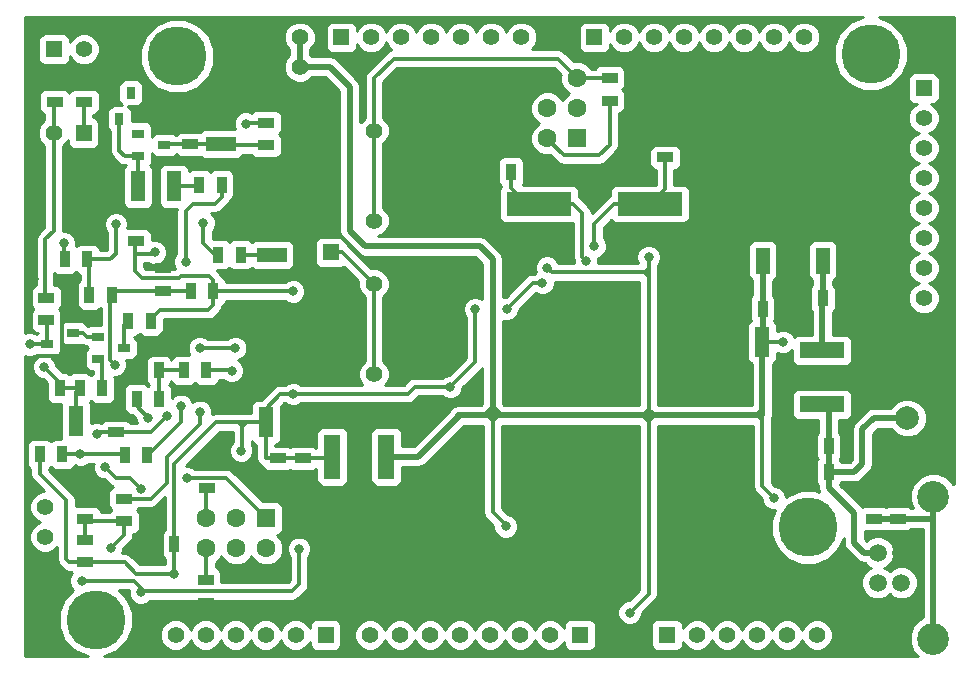
<source format=gbl>
G04 (created by PCBNEW (2013-05-31 BZR 4019)-stable) date 12.01.2015 16:56:15*
%MOIN*%
G04 Gerber Fmt 3.4, Leading zero omitted, Abs format*
%FSLAX34Y34*%
G01*
G70*
G90*
G04 APERTURE LIST*
%ADD10C,0.00590551*%
%ADD11C,0.19685*%
%ADD12C,0.0590551*%
%ADD13C,0.106299*%
%ADD14R,0.045X0.09*%
%ADD15R,0.4252X0.2755*%
%ADD16C,0.0551181*%
%ADD17R,0.0394X0.0315*%
%ADD18R,0.0315X0.0394*%
%ADD19R,0.055X0.15*%
%ADD20R,0.15X0.055*%
%ADD21R,0.05X0.1*%
%ADD22R,0.1X0.05*%
%ADD23R,0.055X0.035*%
%ADD24R,0.035X0.055*%
%ADD25R,0.0551181X0.0551181*%
%ADD26R,0.2165X0.0787*%
%ADD27R,0.0590551X0.0590551*%
%ADD28C,0.0629921*%
%ADD29R,0.0787402X0.0787402*%
%ADD30C,0.0787402*%
%ADD31R,0.0629921X0.0629921*%
%ADD32R,0.055X0.055*%
%ADD33C,0.0314961*%
%ADD34C,0.0708661*%
%ADD35C,0.011811*%
%ADD36C,0.019685*%
%ADD37C,0.01*%
G04 APERTURE END LIST*
G54D10*
G54D11*
X67401Y-47716D03*
X44291Y-47795D03*
X65314Y-63503D03*
X41574Y-66574D03*
G54D12*
X67638Y-64342D03*
X67638Y-65342D03*
X68425Y-65342D03*
X68425Y-64342D03*
G54D13*
X69488Y-62480D03*
X69488Y-67204D03*
G54D14*
X65803Y-54606D03*
G54D15*
X64803Y-50356D03*
G54D14*
X63803Y-54606D03*
X64803Y-54606D03*
G54D16*
X50842Y-53271D03*
X48842Y-53271D03*
X50842Y-50271D03*
X48842Y-50271D03*
X50842Y-58389D03*
X48842Y-58389D03*
X50842Y-55389D03*
X48842Y-55389D03*
G54D17*
X42519Y-57519D03*
X41653Y-57144D03*
X41653Y-57894D03*
X39960Y-57401D03*
X40826Y-57776D03*
X40826Y-57026D03*
G54D18*
X42362Y-49881D03*
X42737Y-49015D03*
X41987Y-49015D03*
G54D17*
X43858Y-50748D03*
X42992Y-50373D03*
X42992Y-51123D03*
G54D19*
X51254Y-61141D03*
X49454Y-61141D03*
G54D20*
X65787Y-59403D03*
X65787Y-57603D03*
G54D21*
X42982Y-52125D03*
X44182Y-52125D03*
G54D22*
X45748Y-50718D03*
X45748Y-49518D03*
G54D21*
X47234Y-60000D03*
X48434Y-60000D03*
X63788Y-57322D03*
X62588Y-57322D03*
X40914Y-59960D03*
X39714Y-59960D03*
G54D22*
X47440Y-54418D03*
X47440Y-53218D03*
G54D23*
X42913Y-53957D03*
X42913Y-53207D03*
G54D24*
X45648Y-54409D03*
X46398Y-54409D03*
G54D23*
X60551Y-50412D03*
X60551Y-51162D03*
G54D24*
X66004Y-61653D03*
X65254Y-61653D03*
X66004Y-60787D03*
X65254Y-60787D03*
G54D23*
X40196Y-49312D03*
X40196Y-48562D03*
X47244Y-50018D03*
X47244Y-50768D03*
X44724Y-50729D03*
X44724Y-49979D03*
G54D24*
X45768Y-52086D03*
X45018Y-52086D03*
X40530Y-54566D03*
X41280Y-54566D03*
X45493Y-55629D03*
X44743Y-55629D03*
G54D23*
X43818Y-55611D03*
X43818Y-54861D03*
G54D24*
X42107Y-55748D03*
X41357Y-55748D03*
G54D23*
X41181Y-49312D03*
X41181Y-48562D03*
G54D24*
X43288Y-61102D03*
X42538Y-61102D03*
G54D23*
X39921Y-55845D03*
X39921Y-56595D03*
G54D24*
X42656Y-56614D03*
X43406Y-56614D03*
X41792Y-58858D03*
X41042Y-58858D03*
X40375Y-58858D03*
X39625Y-58858D03*
X63800Y-56220D03*
X63050Y-56220D03*
X65808Y-55866D03*
X65058Y-55866D03*
G54D23*
X48464Y-61199D03*
X48464Y-61949D03*
X47637Y-61199D03*
X47637Y-61949D03*
G54D24*
X39703Y-61062D03*
X40453Y-61062D03*
G54D23*
X67519Y-63209D03*
X67519Y-62459D03*
X58700Y-48522D03*
X58700Y-49272D03*
X68307Y-63209D03*
X68307Y-62459D03*
G54D24*
X54664Y-51653D03*
X55414Y-51653D03*
G54D23*
X42519Y-63288D03*
X42519Y-62538D03*
G54D24*
X45256Y-58267D03*
X44506Y-58267D03*
X43682Y-59212D03*
X42932Y-59212D03*
X42932Y-58267D03*
X43682Y-58267D03*
G54D23*
X42244Y-60335D03*
X42244Y-59585D03*
X41220Y-64666D03*
X41220Y-63916D03*
X41220Y-63209D03*
X41220Y-62459D03*
G54D25*
X69173Y-48862D03*
G54D16*
X69173Y-49862D03*
X69173Y-50862D03*
X69173Y-51862D03*
X69173Y-52862D03*
X69173Y-53862D03*
X69173Y-54862D03*
X69173Y-55862D03*
G54D25*
X58192Y-47165D03*
G54D16*
X59192Y-47165D03*
X60192Y-47165D03*
X61192Y-47165D03*
X62192Y-47165D03*
X63192Y-47165D03*
X64192Y-47165D03*
X65192Y-47165D03*
G54D25*
X57712Y-67086D03*
G54D16*
X56712Y-67086D03*
X55712Y-67086D03*
X54712Y-67086D03*
X53712Y-67086D03*
X52712Y-67086D03*
X51712Y-67086D03*
X50712Y-67086D03*
G54D25*
X49755Y-47165D03*
G54D16*
X50755Y-47165D03*
X51755Y-47165D03*
X52755Y-47165D03*
X53755Y-47165D03*
X54755Y-47165D03*
X55755Y-47165D03*
G54D25*
X60610Y-67086D03*
G54D16*
X61610Y-67086D03*
X62610Y-67086D03*
X63610Y-67086D03*
X64610Y-67086D03*
X65610Y-67086D03*
G54D25*
X40181Y-47559D03*
G54D16*
X41181Y-47559D03*
X42181Y-47559D03*
G54D25*
X41169Y-50354D03*
G54D16*
X40169Y-50354D03*
G54D25*
X47374Y-48149D03*
G54D16*
X48374Y-48149D03*
G54D25*
X46259Y-48137D03*
G54D16*
X46259Y-47137D03*
G54D25*
X47374Y-47165D03*
G54D16*
X48374Y-47165D03*
G54D25*
X49409Y-54330D03*
G54D26*
X56338Y-52716D03*
X60038Y-52716D03*
G54D27*
X57625Y-50527D03*
G54D28*
X56625Y-50527D03*
X57625Y-49527D03*
X56625Y-49527D03*
X57625Y-48527D03*
X56625Y-48527D03*
G54D29*
X68622Y-57858D03*
G54D30*
X68622Y-59858D03*
G54D24*
X44193Y-64055D03*
X43443Y-64055D03*
G54D23*
X45275Y-62186D03*
X45275Y-61436D03*
X45236Y-65254D03*
X45236Y-66004D03*
G54D31*
X47259Y-63200D03*
G54D28*
X47259Y-64200D03*
X46259Y-63200D03*
X46259Y-64200D03*
X45259Y-63200D03*
X45259Y-64200D03*
G54D32*
X49232Y-67086D03*
G54D16*
X48232Y-67086D03*
X47232Y-67086D03*
X46232Y-67086D03*
X45232Y-67086D03*
X44232Y-67086D03*
G54D25*
X39881Y-64818D03*
G54D16*
X39881Y-63818D03*
X39881Y-62818D03*
X56625Y-50527D03*
G54D33*
X59370Y-66338D03*
G54D16*
X48374Y-48149D03*
X48374Y-47165D03*
G54D33*
X55236Y-63464D03*
X56614Y-54842D03*
X60000Y-54488D03*
X64488Y-57322D03*
X64173Y-62519D03*
X46417Y-60944D03*
X43543Y-54330D03*
X48149Y-55629D03*
X48149Y-59055D03*
X44173Y-65039D03*
X56456Y-55354D03*
X55275Y-56220D03*
X54212Y-56220D03*
X53385Y-58818D03*
X42086Y-64173D03*
X42204Y-58070D03*
X41889Y-61496D03*
X43070Y-62204D03*
G54D16*
X47259Y-64200D03*
G54D33*
X41102Y-65275D03*
X43070Y-65669D03*
X48346Y-64212D03*
G54D16*
X47259Y-63200D03*
G54D33*
X44606Y-61850D03*
G54D16*
X40169Y-50354D03*
X41169Y-50354D03*
X50842Y-50271D03*
X50842Y-53271D03*
X57625Y-48527D03*
X57625Y-50527D03*
X68425Y-65342D03*
X67638Y-65342D03*
G54D33*
X56929Y-56023D03*
X56102Y-54842D03*
G54D16*
X42181Y-47559D03*
G54D33*
X47401Y-53818D03*
X40590Y-55236D03*
X39527Y-55236D03*
X40669Y-61811D03*
X42834Y-64055D03*
G54D16*
X39881Y-64818D03*
G54D33*
X44291Y-57559D03*
X41929Y-62283D03*
X66141Y-48425D03*
X53700Y-54803D03*
X52598Y-60196D03*
G54D16*
X48842Y-58389D03*
X48842Y-55389D03*
X48842Y-50271D03*
X48842Y-53271D03*
X56625Y-48527D03*
X46259Y-48137D03*
X46259Y-47137D03*
X47374Y-48149D03*
X47374Y-47165D03*
G54D34*
X68622Y-57858D03*
G54D16*
X68425Y-64342D03*
X65192Y-47165D03*
X69173Y-48862D03*
X69173Y-49862D03*
X69173Y-51862D03*
X69173Y-52862D03*
X69173Y-53862D03*
X69173Y-54862D03*
X69173Y-55862D03*
X53755Y-47165D03*
X55755Y-47165D03*
X59192Y-47165D03*
X54755Y-47165D03*
X52755Y-47165D03*
X51755Y-47165D03*
X50755Y-47165D03*
X49755Y-47165D03*
X47232Y-67086D03*
G54D33*
X41062Y-61062D03*
X39370Y-57401D03*
G54D16*
X60192Y-47165D03*
G54D33*
X39842Y-58149D03*
X46220Y-57519D03*
X45039Y-57519D03*
X44409Y-59448D03*
G54D16*
X40181Y-47559D03*
X41181Y-47559D03*
X61192Y-47165D03*
X45232Y-67086D03*
X44232Y-67086D03*
X69173Y-50862D03*
X48232Y-67086D03*
X46232Y-67086D03*
X46259Y-63200D03*
X62192Y-47165D03*
G54D33*
X42244Y-53385D03*
G54D16*
X50712Y-67086D03*
X49232Y-67086D03*
X63192Y-47165D03*
G54D33*
X44566Y-54645D03*
X45157Y-53346D03*
X40511Y-54034D03*
G54D16*
X46259Y-64200D03*
X45259Y-64200D03*
X45259Y-63200D03*
X64192Y-47165D03*
X39881Y-63818D03*
X39881Y-62818D03*
X61610Y-67086D03*
X54712Y-67086D03*
X55712Y-67086D03*
X56712Y-67086D03*
X57712Y-67086D03*
X65610Y-67086D03*
X53712Y-67086D03*
X60610Y-67086D03*
X58192Y-47165D03*
X64610Y-67086D03*
X63610Y-67086D03*
X62610Y-67086D03*
G54D33*
X57913Y-54606D03*
X58188Y-54133D03*
X43307Y-59842D03*
X46102Y-58280D03*
X45039Y-59645D03*
X43937Y-59803D03*
X41614Y-60393D03*
G54D16*
X49409Y-54330D03*
X50842Y-58389D03*
X50842Y-55389D03*
X52712Y-67086D03*
G54D33*
X46574Y-50039D03*
G54D16*
X51712Y-67086D03*
G54D34*
X68622Y-59858D03*
G54D16*
X67638Y-64342D03*
G54D35*
X52598Y-59409D02*
X52559Y-59448D01*
G54D36*
X51254Y-61141D02*
X52322Y-61141D01*
X52322Y-61141D02*
X53700Y-59763D01*
G54D35*
X56625Y-50527D02*
X56625Y-50562D01*
X58700Y-50748D02*
X58700Y-49272D01*
X58346Y-51102D02*
X58700Y-50748D01*
X57165Y-51102D02*
X58346Y-51102D01*
X56625Y-50562D02*
X57165Y-51102D01*
G54D36*
X48374Y-48149D02*
X49370Y-48149D01*
X54370Y-54133D02*
X54803Y-54566D01*
X50551Y-54133D02*
X54370Y-54133D01*
X50039Y-53622D02*
X50551Y-54133D01*
X50039Y-48818D02*
X50039Y-53622D01*
X49370Y-48149D02*
X50039Y-48818D01*
G54D35*
X60000Y-59921D02*
X60039Y-59921D01*
X60039Y-59921D02*
X60196Y-59763D01*
X60000Y-59921D02*
X59960Y-59921D01*
X59960Y-59921D02*
X59803Y-59763D01*
X60000Y-65708D02*
X60000Y-59921D01*
X59370Y-66338D02*
X60000Y-65708D01*
X60000Y-59921D02*
X60000Y-59763D01*
X54803Y-59921D02*
X54842Y-59921D01*
X54842Y-59921D02*
X55000Y-59763D01*
X55000Y-59763D02*
X54960Y-59763D01*
X54960Y-59763D02*
X55000Y-59763D01*
X54803Y-59921D02*
X54763Y-59921D01*
X54606Y-59763D02*
X54606Y-59724D01*
X54763Y-59921D02*
X54606Y-59763D01*
X54803Y-59724D02*
X54803Y-59921D01*
X54803Y-59921D02*
X54803Y-62992D01*
X55236Y-63425D02*
X55236Y-63464D01*
X54803Y-62992D02*
X55236Y-63425D01*
G54D36*
X55000Y-59763D02*
X55000Y-59763D01*
X55000Y-59763D02*
X55000Y-59724D01*
X55000Y-59724D02*
X54803Y-59527D01*
X54566Y-59763D02*
X54606Y-59724D01*
X54606Y-59724D02*
X54803Y-59527D01*
X54803Y-54566D02*
X54803Y-59527D01*
X54803Y-59527D02*
X54803Y-59724D01*
X54803Y-59724D02*
X54803Y-59763D01*
X48374Y-47165D02*
X48374Y-48149D01*
G54D35*
X59921Y-55000D02*
X59921Y-55039D01*
X59921Y-55039D02*
X60000Y-55118D01*
X59921Y-55000D02*
X59921Y-54960D01*
X59921Y-54960D02*
X60000Y-54881D01*
X56771Y-55000D02*
X59921Y-55000D01*
X59921Y-55000D02*
X60000Y-55000D01*
X56614Y-54842D02*
X56771Y-55000D01*
X60000Y-59606D02*
X60039Y-59606D01*
X60039Y-59606D02*
X60196Y-59763D01*
X60000Y-59606D02*
X59960Y-59606D01*
X59960Y-59606D02*
X59803Y-59763D01*
X60000Y-54488D02*
X60000Y-54881D01*
X60000Y-54881D02*
X60000Y-55000D01*
X60000Y-55000D02*
X60000Y-55118D01*
X60000Y-55118D02*
X60000Y-59606D01*
X60000Y-59606D02*
X60000Y-59763D01*
X63622Y-59763D02*
X63622Y-59724D01*
X63622Y-59724D02*
X63788Y-59557D01*
X63622Y-59763D02*
X63788Y-59930D01*
X63779Y-59881D02*
X63788Y-59881D01*
X63788Y-59891D02*
X63779Y-59881D01*
X63788Y-59930D02*
X63788Y-59891D01*
G54D36*
X63788Y-59763D02*
X63622Y-59763D01*
X63622Y-59763D02*
X60196Y-59763D01*
X60196Y-59763D02*
X60000Y-59763D01*
X60000Y-59763D02*
X59803Y-59763D01*
X59803Y-59763D02*
X55000Y-59763D01*
X55000Y-59763D02*
X54803Y-59763D01*
X54803Y-59763D02*
X54566Y-59763D01*
X54566Y-59763D02*
X53700Y-59763D01*
X53700Y-59763D02*
X53661Y-59763D01*
G54D35*
X63788Y-57322D02*
X64488Y-57322D01*
G54D36*
X63788Y-57322D02*
X63788Y-59557D01*
X63788Y-59557D02*
X63788Y-59518D01*
X63788Y-59518D02*
X63788Y-59763D01*
G54D35*
X63788Y-59763D02*
X63788Y-59881D01*
X63788Y-59881D02*
X63788Y-62135D01*
X63788Y-62135D02*
X64173Y-62519D01*
G54D36*
X63800Y-56220D02*
X63800Y-54609D01*
X63800Y-54609D02*
X63803Y-54606D01*
X63800Y-56220D02*
X63800Y-57311D01*
X63800Y-57311D02*
X63788Y-57322D01*
G54D35*
X63788Y-56231D02*
X63800Y-56220D01*
G54D36*
X63788Y-56231D02*
X63800Y-56220D01*
G54D35*
X47234Y-60000D02*
X47234Y-61171D01*
X47262Y-61199D02*
X47637Y-61199D01*
X47234Y-61171D02*
X47262Y-61199D01*
X39703Y-61062D02*
X39703Y-61711D01*
X40689Y-64666D02*
X41220Y-64666D01*
X40590Y-64566D02*
X40689Y-64666D01*
X40590Y-62598D02*
X40590Y-64566D01*
X39703Y-61711D02*
X40590Y-62598D01*
X46456Y-60078D02*
X46417Y-60078D01*
X46417Y-60078D02*
X46338Y-60000D01*
X46456Y-60078D02*
X46496Y-60078D01*
X46496Y-60078D02*
X46574Y-60000D01*
X46456Y-60905D02*
X46456Y-60078D01*
X46456Y-60078D02*
X46456Y-60000D01*
X46417Y-60944D02*
X46456Y-60905D01*
X42874Y-54370D02*
X43503Y-54370D01*
X42874Y-54409D02*
X42874Y-54370D01*
X43503Y-54370D02*
X43543Y-54330D01*
X42874Y-54409D02*
X42874Y-53997D01*
X42874Y-53997D02*
X42913Y-53957D01*
X45493Y-55629D02*
X45493Y-55256D01*
X42874Y-54960D02*
X42874Y-54409D01*
X43110Y-55196D02*
X42874Y-54960D01*
X44330Y-55196D02*
X43110Y-55196D01*
X44409Y-55118D02*
X44330Y-55196D01*
X45354Y-55118D02*
X44409Y-55118D01*
X45493Y-55256D02*
X45354Y-55118D01*
X44173Y-65039D02*
X42913Y-65039D01*
X42540Y-64666D02*
X41220Y-64666D01*
X42913Y-65039D02*
X42540Y-64666D01*
X43406Y-56614D02*
X43406Y-56554D01*
X45493Y-56081D02*
X45493Y-55629D01*
X45314Y-56259D02*
X45493Y-56081D01*
X43700Y-56259D02*
X45314Y-56259D01*
X43406Y-56554D02*
X43700Y-56259D01*
X45493Y-55629D02*
X48149Y-55629D01*
X44193Y-64055D02*
X44193Y-61396D01*
X45590Y-60000D02*
X46338Y-60000D01*
X44193Y-61396D02*
X45590Y-60000D01*
X46338Y-60000D02*
X46456Y-60000D01*
X46456Y-60000D02*
X46574Y-60000D01*
X46574Y-60000D02*
X47234Y-60000D01*
X44193Y-65018D02*
X44193Y-64055D01*
X44173Y-65039D02*
X44193Y-65018D01*
X47234Y-60000D02*
X47283Y-60000D01*
X47637Y-61199D02*
X48464Y-61199D01*
X48464Y-61199D02*
X49396Y-61199D01*
X49396Y-61199D02*
X49454Y-61141D01*
X48425Y-61239D02*
X48464Y-61199D01*
X47234Y-60000D02*
X47234Y-59537D01*
X47716Y-59055D02*
X48149Y-59055D01*
X47234Y-59537D02*
X47716Y-59055D01*
X48149Y-59055D02*
X51968Y-59055D01*
X52204Y-58818D02*
X53385Y-58818D01*
X51968Y-59055D02*
X52204Y-58818D01*
X53385Y-58818D02*
X54212Y-57992D01*
X56141Y-55354D02*
X56456Y-55354D01*
X55275Y-56220D02*
X56141Y-55354D01*
X54212Y-57992D02*
X54212Y-56220D01*
X42519Y-63288D02*
X41299Y-63288D01*
X41299Y-63288D02*
X41220Y-63209D01*
X41220Y-63916D02*
X41220Y-63209D01*
X42519Y-63288D02*
X42519Y-63740D01*
X42519Y-63740D02*
X42086Y-64173D01*
X42047Y-55808D02*
X42107Y-55748D01*
X42047Y-57913D02*
X42047Y-55808D01*
X42204Y-58070D02*
X42047Y-57913D01*
X42244Y-61850D02*
X41889Y-61496D01*
X42716Y-61850D02*
X42244Y-61850D01*
X43070Y-62204D02*
X42716Y-61850D01*
X43818Y-55611D02*
X42244Y-55611D01*
X42244Y-55611D02*
X42107Y-55748D01*
X44743Y-55629D02*
X43837Y-55629D01*
X43837Y-55629D02*
X43818Y-55611D01*
X43070Y-65669D02*
X43070Y-65511D01*
X42834Y-65275D02*
X41102Y-65275D01*
X43070Y-65511D02*
X42834Y-65275D01*
X44606Y-65629D02*
X43110Y-65629D01*
X43110Y-65629D02*
X43070Y-65669D01*
X48346Y-65393D02*
X48346Y-64212D01*
X48110Y-65629D02*
X48346Y-65393D01*
X44645Y-65629D02*
X44606Y-65629D01*
X44606Y-65629D02*
X48110Y-65629D01*
X45909Y-61850D02*
X47259Y-63200D01*
X44606Y-61850D02*
X45909Y-61850D01*
X39881Y-55354D02*
X39881Y-55806D01*
X39881Y-55806D02*
X39921Y-55845D01*
X40169Y-50354D02*
X40169Y-53610D01*
X39881Y-53897D02*
X39881Y-55354D01*
X39881Y-55354D02*
X39881Y-55393D01*
X40169Y-53610D02*
X39881Y-53897D01*
X40169Y-50354D02*
X40169Y-49339D01*
X40169Y-49339D02*
X40196Y-49312D01*
X41181Y-49312D02*
X41181Y-50342D01*
X41181Y-50342D02*
X41169Y-50354D01*
X58700Y-48522D02*
X57630Y-48522D01*
X57630Y-48522D02*
X57625Y-48527D01*
X50842Y-50271D02*
X50842Y-48527D01*
X56972Y-47874D02*
X57625Y-48527D01*
X51496Y-47874D02*
X56972Y-47874D01*
X50842Y-48527D02*
X51496Y-47874D01*
X50842Y-53271D02*
X50842Y-50271D01*
X54664Y-51653D02*
X54664Y-53404D01*
X56062Y-54881D02*
X56102Y-54842D01*
X56062Y-54803D02*
X56062Y-54881D01*
X54664Y-53404D02*
X56062Y-54803D01*
X40433Y-57716D02*
X40433Y-56377D01*
X40590Y-56220D02*
X40590Y-55236D01*
X40433Y-56377D02*
X40590Y-56220D01*
X40826Y-57776D02*
X39664Y-57776D01*
X39448Y-58858D02*
X39625Y-58858D01*
X39370Y-58779D02*
X39448Y-58858D01*
X39370Y-58070D02*
X39370Y-58779D01*
X39664Y-57776D02*
X39370Y-58070D01*
X41220Y-62459D02*
X41220Y-62362D01*
X41220Y-62362D02*
X40669Y-61811D01*
X43443Y-64055D02*
X42834Y-64055D01*
X48842Y-53271D02*
X49216Y-53271D01*
X50748Y-54803D02*
X53700Y-54803D01*
X49216Y-53271D02*
X50748Y-54803D01*
X41181Y-48562D02*
X41280Y-48562D01*
X40196Y-48562D02*
X41181Y-48562D01*
X46398Y-54409D02*
X47431Y-54409D01*
X47431Y-54409D02*
X47440Y-54418D01*
X42982Y-52125D02*
X42982Y-51132D01*
X42982Y-51132D02*
X42992Y-51123D01*
X42362Y-49881D02*
X42362Y-50944D01*
X42540Y-51123D02*
X42992Y-51123D01*
X42362Y-50944D02*
X42540Y-51123D01*
X40453Y-61062D02*
X41062Y-61062D01*
X41062Y-61062D02*
X42499Y-61062D01*
X42499Y-61062D02*
X42538Y-61102D01*
X39960Y-57401D02*
X39370Y-57401D01*
X39960Y-57401D02*
X39960Y-56634D01*
X39960Y-56634D02*
X39921Y-56595D01*
X40826Y-57026D02*
X41160Y-57026D01*
X41278Y-57144D02*
X41653Y-57144D01*
X41160Y-57026D02*
X41278Y-57144D01*
X42519Y-57519D02*
X42519Y-56751D01*
X42519Y-56751D02*
X42656Y-56614D01*
X40375Y-58858D02*
X40375Y-58682D01*
X40375Y-58682D02*
X39842Y-58149D01*
X41042Y-58858D02*
X40375Y-58858D01*
X40914Y-59960D02*
X40914Y-58985D01*
X40914Y-58985D02*
X41042Y-58858D01*
X41792Y-58858D02*
X41792Y-58033D01*
X41792Y-58033D02*
X41653Y-57894D01*
X45039Y-57519D02*
X46220Y-57519D01*
X43288Y-61102D02*
X43307Y-61102D01*
X44409Y-60000D02*
X44409Y-59448D01*
X43307Y-61102D02*
X44409Y-60000D01*
G54D36*
X69488Y-63209D02*
X69488Y-67204D01*
X68307Y-63209D02*
X69488Y-63209D01*
X69488Y-63209D02*
X69488Y-63209D01*
X67480Y-63209D02*
X68307Y-63209D01*
X69488Y-63209D02*
X69488Y-62480D01*
X65808Y-55866D02*
X65808Y-54611D01*
X65808Y-54611D02*
X65803Y-54606D01*
X65787Y-57603D02*
X65787Y-55886D01*
X65787Y-55886D02*
X65808Y-55866D01*
G54D35*
X41280Y-54566D02*
X42047Y-54566D01*
X42244Y-54212D02*
X42244Y-53385D01*
X42244Y-54370D02*
X42244Y-54212D01*
X42047Y-54566D02*
X42244Y-54370D01*
X41357Y-55748D02*
X41357Y-54643D01*
X41357Y-54643D02*
X41280Y-54566D01*
X44182Y-52125D02*
X44979Y-52125D01*
X44979Y-52125D02*
X45018Y-52086D01*
X44724Y-50729D02*
X43876Y-50729D01*
X43876Y-50729D02*
X43858Y-50748D01*
X45748Y-50718D02*
X44735Y-50718D01*
X44735Y-50718D02*
X44724Y-50729D01*
X47244Y-50768D02*
X45798Y-50768D01*
X45798Y-50768D02*
X45748Y-50718D01*
X45768Y-52499D02*
X45768Y-52086D01*
X45551Y-52716D02*
X45768Y-52499D01*
X44803Y-52716D02*
X45551Y-52716D01*
X44566Y-52952D02*
X44803Y-52716D01*
X44566Y-54645D02*
X44566Y-52952D01*
X45551Y-54409D02*
X45648Y-54409D01*
X45157Y-54015D02*
X45551Y-54409D01*
X45157Y-53346D02*
X45157Y-54015D01*
X40511Y-54566D02*
X40511Y-54548D01*
X40511Y-54548D02*
X40530Y-54566D01*
X40511Y-54034D02*
X40511Y-54566D01*
X40511Y-54566D02*
X40511Y-54566D01*
X45254Y-65236D02*
X45254Y-64205D01*
X45254Y-64205D02*
X45259Y-64200D01*
X45259Y-63200D02*
X45259Y-62239D01*
X45259Y-62239D02*
X45294Y-62204D01*
X56338Y-52716D02*
X55944Y-52716D01*
X55414Y-52186D02*
X55414Y-51653D01*
X55944Y-52716D02*
X55414Y-52186D01*
X57480Y-52716D02*
X56338Y-52716D01*
X57795Y-53031D02*
X57480Y-52716D01*
X57795Y-54488D02*
X57795Y-53031D01*
X57913Y-54606D02*
X57795Y-54488D01*
X60551Y-51162D02*
X60551Y-52204D01*
X60551Y-52204D02*
X60038Y-52716D01*
X58858Y-52716D02*
X60038Y-52716D01*
X58188Y-53385D02*
X58858Y-52716D01*
X58188Y-54133D02*
X58188Y-53385D01*
X42932Y-59212D02*
X42932Y-59467D01*
X42932Y-59467D02*
X43307Y-59842D01*
X45256Y-58267D02*
X46089Y-58267D01*
X46089Y-58267D02*
X46102Y-58280D01*
X43682Y-59212D02*
X43682Y-58267D01*
X43682Y-58267D02*
X44506Y-58267D01*
X42519Y-62538D02*
X43406Y-62538D01*
X45039Y-60039D02*
X45039Y-59645D01*
X43937Y-61141D02*
X45039Y-60039D01*
X43937Y-62007D02*
X43937Y-61141D01*
X43406Y-62538D02*
X43937Y-62007D01*
X42244Y-60335D02*
X43404Y-60335D01*
X43404Y-60335D02*
X43937Y-59803D01*
X41672Y-60335D02*
X42244Y-60335D01*
X41614Y-60393D02*
X41672Y-60335D01*
X49409Y-54330D02*
X49783Y-54330D01*
X49783Y-54330D02*
X50842Y-55389D01*
X50842Y-58389D02*
X50842Y-55389D01*
X46595Y-50018D02*
X47244Y-50018D01*
X46574Y-50039D02*
X46595Y-50018D01*
G54D36*
X66004Y-61653D02*
X66004Y-62186D01*
X66850Y-64015D02*
X67177Y-64342D01*
X66850Y-63031D02*
X66850Y-64015D01*
X66004Y-62186D02*
X66850Y-63031D01*
X66004Y-61653D02*
X66850Y-61653D01*
X67125Y-60236D02*
X67503Y-59858D01*
X67503Y-59858D02*
X68622Y-59858D01*
X67125Y-61377D02*
X67125Y-60236D01*
X66850Y-61653D02*
X67125Y-61377D01*
X66004Y-60787D02*
X66004Y-59621D01*
X66004Y-59621D02*
X65787Y-59403D01*
X66004Y-61653D02*
X66004Y-60787D01*
X67638Y-64342D02*
X67177Y-64342D01*
G54D10*
G36*
X41309Y-67801D02*
X39206Y-67801D01*
X39206Y-57774D01*
X39288Y-57808D01*
X39450Y-57809D01*
X39598Y-57747D01*
X39621Y-57770D01*
X39656Y-57785D01*
X39612Y-57803D01*
X39497Y-57918D01*
X39435Y-58068D01*
X39434Y-58230D01*
X39496Y-58380D01*
X39611Y-58494D01*
X39761Y-58557D01*
X39812Y-58557D01*
X39949Y-58694D01*
X39949Y-59182D01*
X39987Y-59274D01*
X40058Y-59345D01*
X40150Y-59383D01*
X40249Y-59383D01*
X40426Y-59383D01*
X40415Y-59410D01*
X40414Y-59510D01*
X40414Y-60510D01*
X40426Y-60537D01*
X40229Y-60537D01*
X40137Y-60575D01*
X40078Y-60634D01*
X40020Y-60576D01*
X39928Y-60538D01*
X39829Y-60537D01*
X39479Y-60537D01*
X39387Y-60575D01*
X39316Y-60646D01*
X39278Y-60738D01*
X39278Y-60837D01*
X39278Y-61387D01*
X39316Y-61479D01*
X39386Y-61549D01*
X39394Y-61553D01*
X39394Y-61711D01*
X39418Y-61829D01*
X39485Y-61930D01*
X39848Y-62293D01*
X39777Y-62293D01*
X39584Y-62373D01*
X39436Y-62520D01*
X39356Y-62713D01*
X39356Y-62922D01*
X39436Y-63116D01*
X39583Y-63264D01*
X39715Y-63318D01*
X39584Y-63373D01*
X39436Y-63520D01*
X39356Y-63713D01*
X39356Y-63922D01*
X39436Y-64116D01*
X39583Y-64264D01*
X39776Y-64344D01*
X39985Y-64344D01*
X40179Y-64264D01*
X40281Y-64162D01*
X40281Y-64566D01*
X40305Y-64685D01*
X40372Y-64785D01*
X40471Y-64884D01*
X40471Y-64884D01*
X40571Y-64951D01*
X40571Y-64951D01*
X40666Y-64970D01*
X40689Y-64975D01*
X40689Y-64975D01*
X40689Y-64975D01*
X40730Y-64975D01*
X40733Y-64982D01*
X40776Y-65025D01*
X40757Y-65044D01*
X40694Y-65194D01*
X40694Y-65356D01*
X40756Y-65506D01*
X40827Y-65576D01*
X40529Y-65874D01*
X40340Y-66328D01*
X40340Y-66819D01*
X40527Y-67273D01*
X40874Y-67620D01*
X41309Y-67801D01*
X41309Y-67801D01*
G37*
G54D37*
X41309Y-67801D02*
X39206Y-67801D01*
X39206Y-57774D01*
X39288Y-57808D01*
X39450Y-57809D01*
X39598Y-57747D01*
X39621Y-57770D01*
X39656Y-57785D01*
X39612Y-57803D01*
X39497Y-57918D01*
X39435Y-58068D01*
X39434Y-58230D01*
X39496Y-58380D01*
X39611Y-58494D01*
X39761Y-58557D01*
X39812Y-58557D01*
X39949Y-58694D01*
X39949Y-59182D01*
X39987Y-59274D01*
X40058Y-59345D01*
X40150Y-59383D01*
X40249Y-59383D01*
X40426Y-59383D01*
X40415Y-59410D01*
X40414Y-59510D01*
X40414Y-60510D01*
X40426Y-60537D01*
X40229Y-60537D01*
X40137Y-60575D01*
X40078Y-60634D01*
X40020Y-60576D01*
X39928Y-60538D01*
X39829Y-60537D01*
X39479Y-60537D01*
X39387Y-60575D01*
X39316Y-60646D01*
X39278Y-60738D01*
X39278Y-60837D01*
X39278Y-61387D01*
X39316Y-61479D01*
X39386Y-61549D01*
X39394Y-61553D01*
X39394Y-61711D01*
X39418Y-61829D01*
X39485Y-61930D01*
X39848Y-62293D01*
X39777Y-62293D01*
X39584Y-62373D01*
X39436Y-62520D01*
X39356Y-62713D01*
X39356Y-62922D01*
X39436Y-63116D01*
X39583Y-63264D01*
X39715Y-63318D01*
X39584Y-63373D01*
X39436Y-63520D01*
X39356Y-63713D01*
X39356Y-63922D01*
X39436Y-64116D01*
X39583Y-64264D01*
X39776Y-64344D01*
X39985Y-64344D01*
X40179Y-64264D01*
X40281Y-64162D01*
X40281Y-64566D01*
X40305Y-64685D01*
X40372Y-64785D01*
X40471Y-64884D01*
X40471Y-64884D01*
X40571Y-64951D01*
X40571Y-64951D01*
X40666Y-64970D01*
X40689Y-64975D01*
X40689Y-64975D01*
X40689Y-64975D01*
X40730Y-64975D01*
X40733Y-64982D01*
X40776Y-65025D01*
X40757Y-65044D01*
X40694Y-65194D01*
X40694Y-65356D01*
X40756Y-65506D01*
X40827Y-65576D01*
X40529Y-65874D01*
X40340Y-66328D01*
X40340Y-66819D01*
X40527Y-67273D01*
X40874Y-67620D01*
X41309Y-67801D01*
G54D10*
G36*
X41483Y-58368D02*
X41475Y-58371D01*
X41417Y-58429D01*
X41359Y-58371D01*
X41267Y-58333D01*
X41167Y-58333D01*
X40817Y-58333D01*
X40725Y-58371D01*
X40708Y-58388D01*
X40691Y-58371D01*
X40599Y-58333D01*
X40500Y-58333D01*
X40463Y-58333D01*
X40250Y-58120D01*
X40250Y-58068D01*
X40188Y-57919D01*
X40078Y-57809D01*
X40207Y-57809D01*
X40299Y-57771D01*
X40369Y-57700D01*
X40407Y-57609D01*
X40407Y-57509D01*
X40407Y-57301D01*
X40417Y-57325D01*
X40487Y-57395D01*
X40579Y-57434D01*
X40679Y-57434D01*
X41073Y-57434D01*
X41130Y-57410D01*
X41160Y-57430D01*
X41160Y-57430D01*
X41248Y-57447D01*
X41314Y-57514D01*
X41328Y-57519D01*
X41315Y-57525D01*
X41244Y-57595D01*
X41206Y-57687D01*
X41206Y-57786D01*
X41206Y-58101D01*
X41244Y-58193D01*
X41314Y-58264D01*
X41406Y-58302D01*
X41483Y-58302D01*
X41483Y-58368D01*
X41483Y-58368D01*
G37*
G54D37*
X41483Y-58368D02*
X41475Y-58371D01*
X41417Y-58429D01*
X41359Y-58371D01*
X41267Y-58333D01*
X41167Y-58333D01*
X40817Y-58333D01*
X40725Y-58371D01*
X40708Y-58388D01*
X40691Y-58371D01*
X40599Y-58333D01*
X40500Y-58333D01*
X40463Y-58333D01*
X40250Y-58120D01*
X40250Y-58068D01*
X40188Y-57919D01*
X40078Y-57809D01*
X40207Y-57809D01*
X40299Y-57771D01*
X40369Y-57700D01*
X40407Y-57609D01*
X40407Y-57509D01*
X40407Y-57301D01*
X40417Y-57325D01*
X40487Y-57395D01*
X40579Y-57434D01*
X40679Y-57434D01*
X41073Y-57434D01*
X41130Y-57410D01*
X41160Y-57430D01*
X41160Y-57430D01*
X41248Y-57447D01*
X41314Y-57514D01*
X41328Y-57519D01*
X41315Y-57525D01*
X41244Y-57595D01*
X41206Y-57687D01*
X41206Y-57786D01*
X41206Y-58101D01*
X41244Y-58193D01*
X41314Y-58264D01*
X41406Y-58302D01*
X41483Y-58302D01*
X41483Y-58368D01*
G54D10*
G36*
X41738Y-56737D02*
X41407Y-56737D01*
X41324Y-56771D01*
X41324Y-56771D01*
X41278Y-56741D01*
X41237Y-56732D01*
X41235Y-56727D01*
X41165Y-56657D01*
X41073Y-56619D01*
X40974Y-56619D01*
X40580Y-56619D01*
X40488Y-56657D01*
X40446Y-56698D01*
X40446Y-56370D01*
X40408Y-56279D01*
X40349Y-56220D01*
X40408Y-56162D01*
X40446Y-56070D01*
X40446Y-55970D01*
X40446Y-55620D01*
X40408Y-55529D01*
X40338Y-55458D01*
X40246Y-55420D01*
X40190Y-55420D01*
X40190Y-55393D01*
X40190Y-55354D01*
X40190Y-55030D01*
X40213Y-55053D01*
X40305Y-55091D01*
X40405Y-55091D01*
X40755Y-55091D01*
X40846Y-55053D01*
X40905Y-54995D01*
X40963Y-55053D01*
X41048Y-55088D01*
X41048Y-55257D01*
X41040Y-55260D01*
X40970Y-55331D01*
X40932Y-55423D01*
X40932Y-55522D01*
X40932Y-56072D01*
X40970Y-56164D01*
X41040Y-56234D01*
X41132Y-56272D01*
X41231Y-56273D01*
X41581Y-56273D01*
X41673Y-56235D01*
X41732Y-56176D01*
X41738Y-56182D01*
X41738Y-56737D01*
X41738Y-56737D01*
G37*
G54D37*
X41738Y-56737D02*
X41407Y-56737D01*
X41324Y-56771D01*
X41324Y-56771D01*
X41278Y-56741D01*
X41237Y-56732D01*
X41235Y-56727D01*
X41165Y-56657D01*
X41073Y-56619D01*
X40974Y-56619D01*
X40580Y-56619D01*
X40488Y-56657D01*
X40446Y-56698D01*
X40446Y-56370D01*
X40408Y-56279D01*
X40349Y-56220D01*
X40408Y-56162D01*
X40446Y-56070D01*
X40446Y-55970D01*
X40446Y-55620D01*
X40408Y-55529D01*
X40338Y-55458D01*
X40246Y-55420D01*
X40190Y-55420D01*
X40190Y-55393D01*
X40190Y-55354D01*
X40190Y-55030D01*
X40213Y-55053D01*
X40305Y-55091D01*
X40405Y-55091D01*
X40755Y-55091D01*
X40846Y-55053D01*
X40905Y-54995D01*
X40963Y-55053D01*
X41048Y-55088D01*
X41048Y-55257D01*
X41040Y-55260D01*
X40970Y-55331D01*
X40932Y-55423D01*
X40932Y-55522D01*
X40932Y-56072D01*
X40970Y-56164D01*
X41040Y-56234D01*
X41132Y-56272D01*
X41231Y-56273D01*
X41581Y-56273D01*
X41673Y-56235D01*
X41732Y-56176D01*
X41738Y-56182D01*
X41738Y-56737D01*
G54D10*
G36*
X42135Y-62137D02*
X42103Y-62151D01*
X42032Y-62221D01*
X41994Y-62313D01*
X41994Y-62412D01*
X41994Y-62762D01*
X42032Y-62854D01*
X42091Y-62913D01*
X42032Y-62971D01*
X42029Y-62979D01*
X41743Y-62979D01*
X41707Y-62893D01*
X41637Y-62822D01*
X41545Y-62784D01*
X41445Y-62784D01*
X40899Y-62784D01*
X40899Y-62598D01*
X40876Y-62480D01*
X40876Y-62480D01*
X40809Y-62379D01*
X40012Y-61583D01*
X40012Y-61553D01*
X40020Y-61550D01*
X40078Y-61491D01*
X40136Y-61549D01*
X40228Y-61587D01*
X40328Y-61588D01*
X40678Y-61588D01*
X40770Y-61550D01*
X40840Y-61479D01*
X40864Y-61421D01*
X40981Y-61470D01*
X41143Y-61470D01*
X41293Y-61408D01*
X41330Y-61372D01*
X41500Y-61372D01*
X41482Y-61414D01*
X41482Y-61576D01*
X41544Y-61726D01*
X41658Y-61841D01*
X41808Y-61903D01*
X41860Y-61903D01*
X42025Y-62068D01*
X42125Y-62135D01*
X42125Y-62135D01*
X42135Y-62137D01*
X42135Y-62137D01*
G37*
G54D37*
X42135Y-62137D02*
X42103Y-62151D01*
X42032Y-62221D01*
X41994Y-62313D01*
X41994Y-62412D01*
X41994Y-62762D01*
X42032Y-62854D01*
X42091Y-62913D01*
X42032Y-62971D01*
X42029Y-62979D01*
X41743Y-62979D01*
X41707Y-62893D01*
X41637Y-62822D01*
X41545Y-62784D01*
X41445Y-62784D01*
X40899Y-62784D01*
X40899Y-62598D01*
X40876Y-62480D01*
X40876Y-62480D01*
X40809Y-62379D01*
X40012Y-61583D01*
X40012Y-61553D01*
X40020Y-61550D01*
X40078Y-61491D01*
X40136Y-61549D01*
X40228Y-61587D01*
X40328Y-61588D01*
X40678Y-61588D01*
X40770Y-61550D01*
X40840Y-61479D01*
X40864Y-61421D01*
X40981Y-61470D01*
X41143Y-61470D01*
X41293Y-61408D01*
X41330Y-61372D01*
X41500Y-61372D01*
X41482Y-61414D01*
X41482Y-61576D01*
X41544Y-61726D01*
X41658Y-61841D01*
X41808Y-61903D01*
X41860Y-61903D01*
X42025Y-62068D01*
X42125Y-62135D01*
X42125Y-62135D01*
X42135Y-62137D01*
G54D10*
G36*
X43884Y-64730D02*
X43041Y-64730D01*
X42758Y-64447D01*
X42658Y-64380D01*
X42540Y-64357D01*
X42451Y-64357D01*
X42494Y-64254D01*
X42494Y-64202D01*
X42738Y-63958D01*
X42738Y-63958D01*
X42738Y-63958D01*
X42805Y-63858D01*
X42805Y-63858D01*
X42824Y-63763D01*
X42828Y-63740D01*
X42828Y-63740D01*
X42828Y-63740D01*
X42828Y-63713D01*
X42844Y-63713D01*
X42936Y-63675D01*
X43006Y-63605D01*
X43044Y-63513D01*
X43044Y-63413D01*
X43044Y-63063D01*
X43006Y-62971D01*
X42948Y-62913D01*
X43006Y-62855D01*
X43009Y-62847D01*
X43406Y-62847D01*
X43524Y-62823D01*
X43524Y-62823D01*
X43625Y-62756D01*
X43884Y-62497D01*
X43884Y-63565D01*
X43877Y-63568D01*
X43807Y-63638D01*
X43768Y-63730D01*
X43768Y-63829D01*
X43768Y-64379D01*
X43806Y-64471D01*
X43877Y-64541D01*
X43884Y-64545D01*
X43884Y-64730D01*
X43884Y-64730D01*
G37*
G54D37*
X43884Y-64730D02*
X43041Y-64730D01*
X42758Y-64447D01*
X42658Y-64380D01*
X42540Y-64357D01*
X42451Y-64357D01*
X42494Y-64254D01*
X42494Y-64202D01*
X42738Y-63958D01*
X42738Y-63958D01*
X42738Y-63958D01*
X42805Y-63858D01*
X42805Y-63858D01*
X42824Y-63763D01*
X42828Y-63740D01*
X42828Y-63740D01*
X42828Y-63740D01*
X42828Y-63713D01*
X42844Y-63713D01*
X42936Y-63675D01*
X43006Y-63605D01*
X43044Y-63513D01*
X43044Y-63413D01*
X43044Y-63063D01*
X43006Y-62971D01*
X42948Y-62913D01*
X43006Y-62855D01*
X43009Y-62847D01*
X43406Y-62847D01*
X43524Y-62823D01*
X43524Y-62823D01*
X43625Y-62756D01*
X43884Y-62497D01*
X43884Y-63565D01*
X43877Y-63568D01*
X43807Y-63638D01*
X43768Y-63730D01*
X43768Y-63829D01*
X43768Y-64379D01*
X43806Y-64471D01*
X43877Y-64541D01*
X43884Y-64545D01*
X43884Y-64730D01*
G54D10*
G36*
X54454Y-55886D02*
X54443Y-55875D01*
X54294Y-55813D01*
X54131Y-55812D01*
X53982Y-55874D01*
X53867Y-55989D01*
X53805Y-56139D01*
X53805Y-56301D01*
X53866Y-56450D01*
X53903Y-56487D01*
X53903Y-57864D01*
X53356Y-58411D01*
X53305Y-58411D01*
X53155Y-58473D01*
X53118Y-58509D01*
X52204Y-58509D01*
X52086Y-58533D01*
X51986Y-58600D01*
X51840Y-58746D01*
X51229Y-58746D01*
X51287Y-58687D01*
X51368Y-58494D01*
X51368Y-58285D01*
X51288Y-58092D01*
X51151Y-57955D01*
X51151Y-55823D01*
X51287Y-55687D01*
X51368Y-55494D01*
X51368Y-55285D01*
X51288Y-55092D01*
X51140Y-54944D01*
X50947Y-54864D01*
X50753Y-54864D01*
X50001Y-54112D01*
X49935Y-54067D01*
X49935Y-54067D01*
X49935Y-54010D01*
X50304Y-54380D01*
X50304Y-54380D01*
X50417Y-54455D01*
X50551Y-54482D01*
X54225Y-54482D01*
X54454Y-54711D01*
X54454Y-55886D01*
X54454Y-55886D01*
G37*
G54D37*
X54454Y-55886D02*
X54443Y-55875D01*
X54294Y-55813D01*
X54131Y-55812D01*
X53982Y-55874D01*
X53867Y-55989D01*
X53805Y-56139D01*
X53805Y-56301D01*
X53866Y-56450D01*
X53903Y-56487D01*
X53903Y-57864D01*
X53356Y-58411D01*
X53305Y-58411D01*
X53155Y-58473D01*
X53118Y-58509D01*
X52204Y-58509D01*
X52086Y-58533D01*
X51986Y-58600D01*
X51840Y-58746D01*
X51229Y-58746D01*
X51287Y-58687D01*
X51368Y-58494D01*
X51368Y-58285D01*
X51288Y-58092D01*
X51151Y-57955D01*
X51151Y-55823D01*
X51287Y-55687D01*
X51368Y-55494D01*
X51368Y-55285D01*
X51288Y-55092D01*
X51140Y-54944D01*
X50947Y-54864D01*
X50753Y-54864D01*
X50001Y-54112D01*
X49935Y-54067D01*
X49935Y-54067D01*
X49935Y-54010D01*
X50304Y-54380D01*
X50304Y-54380D01*
X50417Y-54455D01*
X50551Y-54482D01*
X54225Y-54482D01*
X54454Y-54711D01*
X54454Y-55886D01*
G54D10*
G36*
X59690Y-59415D02*
X55183Y-59415D01*
X55151Y-59383D01*
X55151Y-56610D01*
X55194Y-56627D01*
X55356Y-56628D01*
X55506Y-56566D01*
X55620Y-56451D01*
X55683Y-56301D01*
X55683Y-56250D01*
X56231Y-55701D01*
X56375Y-55761D01*
X56537Y-55761D01*
X56687Y-55699D01*
X56801Y-55585D01*
X56864Y-55435D01*
X56864Y-55309D01*
X59690Y-55309D01*
X59690Y-59415D01*
X59690Y-59415D01*
G37*
G54D37*
X59690Y-59415D02*
X55183Y-59415D01*
X55151Y-59383D01*
X55151Y-56610D01*
X55194Y-56627D01*
X55356Y-56628D01*
X55506Y-56566D01*
X55620Y-56451D01*
X55683Y-56301D01*
X55683Y-56250D01*
X56231Y-55701D01*
X56375Y-55761D01*
X56537Y-55761D01*
X56687Y-55699D01*
X56801Y-55585D01*
X56864Y-55435D01*
X56864Y-55309D01*
X59690Y-55309D01*
X59690Y-59415D01*
G54D10*
G36*
X69139Y-66502D02*
X69046Y-66541D01*
X68826Y-66761D01*
X68706Y-67048D01*
X68706Y-67359D01*
X68825Y-67646D01*
X68979Y-67801D01*
X66135Y-67801D01*
X66135Y-66982D01*
X66056Y-66789D01*
X65908Y-66641D01*
X65715Y-66561D01*
X65506Y-66560D01*
X65312Y-66640D01*
X65164Y-66788D01*
X65110Y-66920D01*
X65056Y-66789D01*
X64908Y-66641D01*
X64715Y-66561D01*
X64506Y-66560D01*
X64312Y-66640D01*
X64164Y-66788D01*
X64110Y-66920D01*
X64056Y-66789D01*
X63908Y-66641D01*
X63715Y-66561D01*
X63506Y-66560D01*
X63312Y-66640D01*
X63164Y-66788D01*
X63110Y-66920D01*
X63056Y-66789D01*
X62908Y-66641D01*
X62715Y-66561D01*
X62506Y-66560D01*
X62312Y-66640D01*
X62164Y-66788D01*
X62110Y-66920D01*
X62056Y-66789D01*
X61908Y-66641D01*
X61715Y-66561D01*
X61506Y-66560D01*
X61312Y-66640D01*
X61164Y-66788D01*
X61135Y-66858D01*
X61135Y-66761D01*
X61097Y-66669D01*
X61027Y-66599D01*
X60935Y-66561D01*
X60836Y-66560D01*
X60560Y-66560D01*
X60506Y-66560D01*
X60506Y-66560D01*
X60285Y-66560D01*
X60193Y-66598D01*
X60122Y-66669D01*
X60084Y-66761D01*
X60084Y-66860D01*
X60084Y-67136D01*
X60084Y-67190D01*
X60084Y-67190D01*
X60084Y-67411D01*
X60122Y-67503D01*
X60192Y-67574D01*
X60284Y-67612D01*
X60384Y-67612D01*
X60659Y-67612D01*
X60714Y-67612D01*
X60714Y-67612D01*
X60935Y-67612D01*
X61027Y-67574D01*
X61097Y-67504D01*
X61135Y-67412D01*
X61135Y-67314D01*
X61164Y-67383D01*
X61312Y-67531D01*
X61505Y-67612D01*
X61714Y-67612D01*
X61907Y-67532D01*
X62055Y-67384D01*
X62110Y-67252D01*
X62164Y-67383D01*
X62312Y-67531D01*
X62505Y-67612D01*
X62714Y-67612D01*
X62907Y-67532D01*
X63055Y-67384D01*
X63110Y-67252D01*
X63164Y-67383D01*
X63312Y-67531D01*
X63505Y-67612D01*
X63714Y-67612D01*
X63907Y-67532D01*
X64055Y-67384D01*
X64110Y-67252D01*
X64164Y-67383D01*
X64312Y-67531D01*
X64505Y-67612D01*
X64714Y-67612D01*
X64907Y-67532D01*
X65055Y-67384D01*
X65110Y-67252D01*
X65164Y-67383D01*
X65312Y-67531D01*
X65505Y-67612D01*
X65714Y-67612D01*
X65907Y-67532D01*
X66055Y-67384D01*
X66135Y-67191D01*
X66135Y-66982D01*
X66135Y-67801D01*
X58238Y-67801D01*
X58238Y-66982D01*
X58238Y-66982D01*
X58238Y-66761D01*
X58200Y-66669D01*
X58129Y-66599D01*
X58038Y-66561D01*
X57938Y-66560D01*
X57663Y-66560D01*
X57608Y-66560D01*
X57608Y-66560D01*
X57387Y-66560D01*
X57295Y-66598D01*
X57225Y-66669D01*
X57187Y-66761D01*
X57186Y-66858D01*
X57158Y-66789D01*
X57010Y-66641D01*
X56817Y-66561D01*
X56608Y-66560D01*
X56415Y-66640D01*
X56267Y-66788D01*
X56212Y-66920D01*
X56158Y-66789D01*
X56010Y-66641D01*
X55817Y-66561D01*
X55608Y-66560D01*
X55415Y-66640D01*
X55267Y-66788D01*
X55212Y-66920D01*
X55158Y-66789D01*
X55010Y-66641D01*
X54817Y-66561D01*
X54608Y-66560D01*
X54415Y-66640D01*
X54267Y-66788D01*
X54212Y-66920D01*
X54158Y-66789D01*
X54010Y-66641D01*
X53817Y-66561D01*
X53608Y-66560D01*
X53415Y-66640D01*
X53267Y-66788D01*
X53212Y-66920D01*
X53158Y-66789D01*
X53010Y-66641D01*
X52817Y-66561D01*
X52608Y-66560D01*
X52415Y-66640D01*
X52267Y-66788D01*
X52212Y-66920D01*
X52158Y-66789D01*
X52010Y-66641D01*
X51817Y-66561D01*
X51608Y-66560D01*
X51415Y-66640D01*
X51267Y-66788D01*
X51212Y-66920D01*
X51158Y-66789D01*
X51010Y-66641D01*
X50817Y-66561D01*
X50608Y-66560D01*
X50415Y-66640D01*
X50267Y-66788D01*
X50187Y-66981D01*
X50186Y-67190D01*
X50266Y-67383D01*
X50414Y-67531D01*
X50607Y-67612D01*
X50816Y-67612D01*
X51009Y-67532D01*
X51157Y-67384D01*
X51212Y-67252D01*
X51266Y-67383D01*
X51414Y-67531D01*
X51607Y-67612D01*
X51816Y-67612D01*
X52009Y-67532D01*
X52157Y-67384D01*
X52212Y-67252D01*
X52266Y-67383D01*
X52414Y-67531D01*
X52607Y-67612D01*
X52816Y-67612D01*
X53009Y-67532D01*
X53157Y-67384D01*
X53212Y-67252D01*
X53266Y-67383D01*
X53414Y-67531D01*
X53607Y-67612D01*
X53816Y-67612D01*
X54009Y-67532D01*
X54157Y-67384D01*
X54212Y-67252D01*
X54266Y-67383D01*
X54414Y-67531D01*
X54607Y-67612D01*
X54816Y-67612D01*
X55009Y-67532D01*
X55157Y-67384D01*
X55212Y-67252D01*
X55266Y-67383D01*
X55414Y-67531D01*
X55607Y-67612D01*
X55816Y-67612D01*
X56009Y-67532D01*
X56157Y-67384D01*
X56212Y-67252D01*
X56266Y-67383D01*
X56414Y-67531D01*
X56607Y-67612D01*
X56816Y-67612D01*
X57009Y-67532D01*
X57157Y-67384D01*
X57186Y-67314D01*
X57186Y-67411D01*
X57224Y-67503D01*
X57295Y-67574D01*
X57387Y-67612D01*
X57486Y-67612D01*
X57762Y-67612D01*
X57816Y-67612D01*
X57816Y-67612D01*
X58037Y-67612D01*
X58129Y-67574D01*
X58200Y-67504D01*
X58238Y-67412D01*
X58238Y-67312D01*
X58238Y-67037D01*
X58238Y-66982D01*
X58238Y-67801D01*
X49757Y-67801D01*
X49757Y-66982D01*
X49757Y-66980D01*
X49757Y-66762D01*
X49719Y-66670D01*
X49649Y-66599D01*
X49557Y-66561D01*
X49457Y-66561D01*
X49338Y-66561D01*
X49337Y-66561D01*
X49128Y-66560D01*
X49126Y-66561D01*
X48907Y-66561D01*
X48815Y-66599D01*
X48745Y-66669D01*
X48707Y-66761D01*
X48707Y-66859D01*
X48678Y-66789D01*
X48530Y-66641D01*
X48337Y-66561D01*
X48128Y-66560D01*
X47934Y-66640D01*
X47786Y-66788D01*
X47732Y-66920D01*
X47678Y-66789D01*
X47530Y-66641D01*
X47337Y-66561D01*
X47128Y-66560D01*
X46934Y-66640D01*
X46786Y-66788D01*
X46732Y-66920D01*
X46678Y-66789D01*
X46530Y-66641D01*
X46337Y-66561D01*
X46128Y-66560D01*
X45934Y-66640D01*
X45786Y-66788D01*
X45732Y-66920D01*
X45678Y-66789D01*
X45530Y-66641D01*
X45337Y-66561D01*
X45128Y-66560D01*
X44934Y-66640D01*
X44786Y-66788D01*
X44732Y-66920D01*
X44678Y-66789D01*
X44530Y-66641D01*
X44337Y-66561D01*
X44128Y-66560D01*
X43934Y-66640D01*
X43786Y-66788D01*
X43706Y-66981D01*
X43706Y-67190D01*
X43786Y-67383D01*
X43934Y-67531D01*
X44127Y-67612D01*
X44336Y-67612D01*
X44529Y-67532D01*
X44677Y-67384D01*
X44732Y-67252D01*
X44786Y-67383D01*
X44934Y-67531D01*
X45127Y-67612D01*
X45336Y-67612D01*
X45529Y-67532D01*
X45677Y-67384D01*
X45732Y-67252D01*
X45786Y-67383D01*
X45934Y-67531D01*
X46127Y-67612D01*
X46336Y-67612D01*
X46529Y-67532D01*
X46677Y-67384D01*
X46732Y-67252D01*
X46786Y-67383D01*
X46934Y-67531D01*
X47127Y-67612D01*
X47336Y-67612D01*
X47529Y-67532D01*
X47677Y-67384D01*
X47732Y-67252D01*
X47786Y-67383D01*
X47934Y-67531D01*
X48127Y-67612D01*
X48336Y-67612D01*
X48529Y-67532D01*
X48677Y-67384D01*
X48707Y-67313D01*
X48707Y-67411D01*
X48745Y-67503D01*
X48815Y-67573D01*
X48907Y-67611D01*
X49006Y-67611D01*
X49126Y-67611D01*
X49127Y-67612D01*
X49336Y-67612D01*
X49337Y-67611D01*
X49556Y-67611D01*
X49648Y-67573D01*
X49719Y-67503D01*
X49757Y-67411D01*
X49757Y-67312D01*
X49757Y-67192D01*
X49757Y-67191D01*
X49757Y-66982D01*
X49757Y-67801D01*
X41838Y-67801D01*
X42273Y-67621D01*
X42620Y-67274D01*
X42808Y-66821D01*
X42809Y-66330D01*
X42621Y-65876D01*
X42330Y-65584D01*
X42664Y-65584D01*
X42663Y-65587D01*
X42663Y-65749D01*
X42725Y-65899D01*
X42839Y-66014D01*
X42989Y-66076D01*
X43151Y-66076D01*
X43301Y-66014D01*
X43377Y-65938D01*
X44606Y-65938D01*
X44645Y-65938D01*
X48110Y-65938D01*
X48228Y-65915D01*
X48228Y-65915D01*
X48328Y-65848D01*
X48564Y-65612D01*
X48631Y-65511D01*
X48631Y-65511D01*
X48655Y-65393D01*
X48655Y-64479D01*
X48691Y-64443D01*
X48753Y-64294D01*
X48754Y-64131D01*
X48692Y-63982D01*
X48577Y-63867D01*
X48427Y-63805D01*
X48265Y-63805D01*
X48115Y-63866D01*
X48001Y-63981D01*
X47939Y-64131D01*
X47938Y-64293D01*
X48000Y-64443D01*
X48037Y-64479D01*
X48037Y-65265D01*
X47982Y-65320D01*
X45761Y-65320D01*
X45761Y-65030D01*
X45723Y-64938D01*
X45653Y-64868D01*
X45563Y-64831D01*
X45563Y-64686D01*
X45579Y-64680D01*
X45738Y-64521D01*
X45759Y-64469D01*
X45780Y-64520D01*
X45939Y-64679D01*
X46146Y-64765D01*
X46371Y-64765D01*
X46579Y-64680D01*
X46738Y-64521D01*
X46759Y-64469D01*
X46780Y-64520D01*
X46939Y-64679D01*
X47146Y-64765D01*
X47371Y-64765D01*
X47579Y-64680D01*
X47738Y-64521D01*
X47824Y-64313D01*
X47824Y-64088D01*
X47739Y-63881D01*
X47623Y-63765D01*
X47624Y-63765D01*
X47716Y-63727D01*
X47786Y-63657D01*
X47824Y-63565D01*
X47824Y-63466D01*
X47824Y-62836D01*
X47786Y-62744D01*
X47716Y-62674D01*
X47624Y-62635D01*
X47525Y-62635D01*
X47131Y-62635D01*
X46127Y-61631D01*
X46027Y-61564D01*
X45909Y-61541D01*
X44873Y-61541D01*
X44837Y-61505D01*
X44687Y-61442D01*
X44584Y-61442D01*
X45718Y-60309D01*
X46147Y-60309D01*
X46147Y-60638D01*
X46072Y-60713D01*
X46009Y-60863D01*
X46009Y-61025D01*
X46071Y-61175D01*
X46186Y-61290D01*
X46335Y-61352D01*
X46498Y-61352D01*
X46647Y-61290D01*
X46762Y-61176D01*
X46824Y-61026D01*
X46824Y-60864D01*
X46765Y-60721D01*
X46765Y-60624D01*
X46772Y-60641D01*
X46842Y-60711D01*
X46925Y-60746D01*
X46925Y-61171D01*
X46949Y-61289D01*
X47016Y-61390D01*
X47044Y-61418D01*
X47135Y-61479D01*
X47135Y-61479D01*
X47150Y-61516D01*
X47220Y-61586D01*
X47312Y-61624D01*
X47412Y-61624D01*
X47962Y-61624D01*
X48051Y-61588D01*
X48139Y-61624D01*
X48239Y-61624D01*
X48789Y-61624D01*
X48880Y-61586D01*
X48929Y-61538D01*
X48929Y-61941D01*
X48967Y-62033D01*
X49037Y-62103D01*
X49129Y-62141D01*
X49228Y-62141D01*
X49778Y-62141D01*
X49870Y-62103D01*
X49941Y-62033D01*
X49979Y-61941D01*
X49979Y-61842D01*
X49979Y-60342D01*
X49941Y-60250D01*
X49871Y-60179D01*
X49779Y-60141D01*
X49679Y-60141D01*
X49129Y-60141D01*
X49037Y-60179D01*
X48967Y-60249D01*
X48929Y-60341D01*
X48929Y-60441D01*
X48929Y-60860D01*
X48881Y-60812D01*
X48789Y-60774D01*
X48690Y-60774D01*
X48140Y-60774D01*
X48051Y-60811D01*
X47962Y-60774D01*
X47863Y-60774D01*
X47543Y-60774D01*
X47543Y-60746D01*
X47626Y-60712D01*
X47696Y-60641D01*
X47734Y-60549D01*
X47734Y-60450D01*
X47734Y-59474D01*
X47844Y-59364D01*
X47882Y-59364D01*
X47918Y-59400D01*
X48068Y-59462D01*
X48230Y-59462D01*
X48380Y-59400D01*
X48416Y-59364D01*
X51968Y-59364D01*
X52086Y-59340D01*
X52086Y-59340D01*
X52187Y-59273D01*
X52332Y-59127D01*
X53118Y-59127D01*
X53154Y-59164D01*
X53304Y-59226D01*
X53466Y-59226D01*
X53616Y-59164D01*
X53731Y-59050D01*
X53793Y-58900D01*
X53793Y-58848D01*
X54431Y-58210D01*
X54431Y-58210D01*
X54431Y-58210D01*
X54454Y-58175D01*
X54454Y-59383D01*
X54422Y-59415D01*
X53700Y-59415D01*
X53661Y-59415D01*
X53528Y-59441D01*
X53415Y-59517D01*
X53339Y-59630D01*
X53339Y-59632D01*
X52178Y-60793D01*
X51779Y-60793D01*
X51779Y-60342D01*
X51741Y-60250D01*
X51671Y-60179D01*
X51579Y-60141D01*
X51479Y-60141D01*
X50929Y-60141D01*
X50837Y-60179D01*
X50767Y-60249D01*
X50729Y-60341D01*
X50729Y-60441D01*
X50729Y-61941D01*
X50767Y-62033D01*
X50837Y-62103D01*
X50929Y-62141D01*
X51028Y-62141D01*
X51578Y-62141D01*
X51670Y-62103D01*
X51741Y-62033D01*
X51779Y-61941D01*
X51779Y-61842D01*
X51779Y-61490D01*
X52322Y-61490D01*
X52322Y-61490D01*
X52322Y-61490D01*
X52434Y-61468D01*
X52456Y-61463D01*
X52456Y-61463D01*
X52569Y-61388D01*
X53845Y-60112D01*
X54494Y-60112D01*
X54494Y-62992D01*
X54517Y-63110D01*
X54584Y-63210D01*
X54828Y-63454D01*
X54828Y-63545D01*
X54890Y-63695D01*
X55005Y-63809D01*
X55154Y-63871D01*
X55316Y-63872D01*
X55466Y-63810D01*
X55581Y-63695D01*
X55643Y-63545D01*
X55643Y-63383D01*
X55581Y-63234D01*
X55467Y-63119D01*
X55317Y-63057D01*
X55305Y-63057D01*
X55112Y-62864D01*
X55112Y-60112D01*
X59690Y-60112D01*
X59690Y-65580D01*
X59340Y-65931D01*
X59289Y-65931D01*
X59139Y-65992D01*
X59024Y-66107D01*
X58962Y-66257D01*
X58962Y-66419D01*
X59024Y-66569D01*
X59138Y-66683D01*
X59288Y-66745D01*
X59450Y-66746D01*
X59600Y-66684D01*
X59715Y-66569D01*
X59777Y-66419D01*
X59777Y-66368D01*
X60218Y-65927D01*
X60218Y-65927D01*
X60218Y-65927D01*
X60285Y-65826D01*
X60285Y-65826D01*
X60309Y-65708D01*
X60309Y-60112D01*
X63479Y-60112D01*
X63479Y-62135D01*
X63503Y-62253D01*
X63570Y-62353D01*
X63765Y-62549D01*
X63765Y-62600D01*
X63827Y-62750D01*
X63942Y-62864D01*
X64091Y-62927D01*
X64218Y-62927D01*
X64080Y-63257D01*
X64080Y-63748D01*
X64268Y-64202D01*
X64614Y-64549D01*
X65068Y-64737D01*
X65559Y-64738D01*
X66013Y-64550D01*
X66360Y-64203D01*
X66501Y-63863D01*
X66501Y-64015D01*
X66501Y-64015D01*
X66524Y-64126D01*
X66528Y-64149D01*
X66604Y-64262D01*
X66930Y-64588D01*
X66930Y-64588D01*
X67043Y-64664D01*
X67177Y-64690D01*
X67177Y-64690D01*
X67177Y-64690D01*
X67215Y-64690D01*
X67328Y-64804D01*
X67420Y-64842D01*
X67329Y-64879D01*
X67176Y-65033D01*
X67093Y-65233D01*
X67092Y-65450D01*
X67175Y-65650D01*
X67328Y-65804D01*
X67529Y-65887D01*
X67746Y-65887D01*
X67946Y-65805D01*
X68031Y-65720D01*
X68115Y-65804D01*
X68316Y-65887D01*
X68533Y-65887D01*
X68733Y-65805D01*
X68887Y-65651D01*
X68970Y-65451D01*
X68970Y-65234D01*
X68887Y-65034D01*
X68734Y-64880D01*
X68534Y-64797D01*
X68317Y-64797D01*
X68116Y-64879D01*
X68031Y-64964D01*
X67947Y-64880D01*
X67855Y-64842D01*
X67946Y-64805D01*
X68100Y-64651D01*
X68183Y-64451D01*
X68183Y-64234D01*
X68100Y-64034D01*
X67947Y-63880D01*
X67747Y-63797D01*
X67530Y-63797D01*
X67329Y-63879D01*
X67268Y-63941D01*
X67198Y-63871D01*
X67198Y-63634D01*
X67294Y-63634D01*
X67844Y-63634D01*
X67913Y-63606D01*
X67982Y-63634D01*
X68081Y-63634D01*
X68631Y-63634D01*
X68723Y-63596D01*
X68762Y-63558D01*
X69139Y-63558D01*
X69139Y-66502D01*
X69139Y-66502D01*
G37*
G54D37*
X69139Y-66502D02*
X69046Y-66541D01*
X68826Y-66761D01*
X68706Y-67048D01*
X68706Y-67359D01*
X68825Y-67646D01*
X68979Y-67801D01*
X66135Y-67801D01*
X66135Y-66982D01*
X66056Y-66789D01*
X65908Y-66641D01*
X65715Y-66561D01*
X65506Y-66560D01*
X65312Y-66640D01*
X65164Y-66788D01*
X65110Y-66920D01*
X65056Y-66789D01*
X64908Y-66641D01*
X64715Y-66561D01*
X64506Y-66560D01*
X64312Y-66640D01*
X64164Y-66788D01*
X64110Y-66920D01*
X64056Y-66789D01*
X63908Y-66641D01*
X63715Y-66561D01*
X63506Y-66560D01*
X63312Y-66640D01*
X63164Y-66788D01*
X63110Y-66920D01*
X63056Y-66789D01*
X62908Y-66641D01*
X62715Y-66561D01*
X62506Y-66560D01*
X62312Y-66640D01*
X62164Y-66788D01*
X62110Y-66920D01*
X62056Y-66789D01*
X61908Y-66641D01*
X61715Y-66561D01*
X61506Y-66560D01*
X61312Y-66640D01*
X61164Y-66788D01*
X61135Y-66858D01*
X61135Y-66761D01*
X61097Y-66669D01*
X61027Y-66599D01*
X60935Y-66561D01*
X60836Y-66560D01*
X60560Y-66560D01*
X60506Y-66560D01*
X60506Y-66560D01*
X60285Y-66560D01*
X60193Y-66598D01*
X60122Y-66669D01*
X60084Y-66761D01*
X60084Y-66860D01*
X60084Y-67136D01*
X60084Y-67190D01*
X60084Y-67190D01*
X60084Y-67411D01*
X60122Y-67503D01*
X60192Y-67574D01*
X60284Y-67612D01*
X60384Y-67612D01*
X60659Y-67612D01*
X60714Y-67612D01*
X60714Y-67612D01*
X60935Y-67612D01*
X61027Y-67574D01*
X61097Y-67504D01*
X61135Y-67412D01*
X61135Y-67314D01*
X61164Y-67383D01*
X61312Y-67531D01*
X61505Y-67612D01*
X61714Y-67612D01*
X61907Y-67532D01*
X62055Y-67384D01*
X62110Y-67252D01*
X62164Y-67383D01*
X62312Y-67531D01*
X62505Y-67612D01*
X62714Y-67612D01*
X62907Y-67532D01*
X63055Y-67384D01*
X63110Y-67252D01*
X63164Y-67383D01*
X63312Y-67531D01*
X63505Y-67612D01*
X63714Y-67612D01*
X63907Y-67532D01*
X64055Y-67384D01*
X64110Y-67252D01*
X64164Y-67383D01*
X64312Y-67531D01*
X64505Y-67612D01*
X64714Y-67612D01*
X64907Y-67532D01*
X65055Y-67384D01*
X65110Y-67252D01*
X65164Y-67383D01*
X65312Y-67531D01*
X65505Y-67612D01*
X65714Y-67612D01*
X65907Y-67532D01*
X66055Y-67384D01*
X66135Y-67191D01*
X66135Y-66982D01*
X66135Y-67801D01*
X58238Y-67801D01*
X58238Y-66982D01*
X58238Y-66982D01*
X58238Y-66761D01*
X58200Y-66669D01*
X58129Y-66599D01*
X58038Y-66561D01*
X57938Y-66560D01*
X57663Y-66560D01*
X57608Y-66560D01*
X57608Y-66560D01*
X57387Y-66560D01*
X57295Y-66598D01*
X57225Y-66669D01*
X57187Y-66761D01*
X57186Y-66858D01*
X57158Y-66789D01*
X57010Y-66641D01*
X56817Y-66561D01*
X56608Y-66560D01*
X56415Y-66640D01*
X56267Y-66788D01*
X56212Y-66920D01*
X56158Y-66789D01*
X56010Y-66641D01*
X55817Y-66561D01*
X55608Y-66560D01*
X55415Y-66640D01*
X55267Y-66788D01*
X55212Y-66920D01*
X55158Y-66789D01*
X55010Y-66641D01*
X54817Y-66561D01*
X54608Y-66560D01*
X54415Y-66640D01*
X54267Y-66788D01*
X54212Y-66920D01*
X54158Y-66789D01*
X54010Y-66641D01*
X53817Y-66561D01*
X53608Y-66560D01*
X53415Y-66640D01*
X53267Y-66788D01*
X53212Y-66920D01*
X53158Y-66789D01*
X53010Y-66641D01*
X52817Y-66561D01*
X52608Y-66560D01*
X52415Y-66640D01*
X52267Y-66788D01*
X52212Y-66920D01*
X52158Y-66789D01*
X52010Y-66641D01*
X51817Y-66561D01*
X51608Y-66560D01*
X51415Y-66640D01*
X51267Y-66788D01*
X51212Y-66920D01*
X51158Y-66789D01*
X51010Y-66641D01*
X50817Y-66561D01*
X50608Y-66560D01*
X50415Y-66640D01*
X50267Y-66788D01*
X50187Y-66981D01*
X50186Y-67190D01*
X50266Y-67383D01*
X50414Y-67531D01*
X50607Y-67612D01*
X50816Y-67612D01*
X51009Y-67532D01*
X51157Y-67384D01*
X51212Y-67252D01*
X51266Y-67383D01*
X51414Y-67531D01*
X51607Y-67612D01*
X51816Y-67612D01*
X52009Y-67532D01*
X52157Y-67384D01*
X52212Y-67252D01*
X52266Y-67383D01*
X52414Y-67531D01*
X52607Y-67612D01*
X52816Y-67612D01*
X53009Y-67532D01*
X53157Y-67384D01*
X53212Y-67252D01*
X53266Y-67383D01*
X53414Y-67531D01*
X53607Y-67612D01*
X53816Y-67612D01*
X54009Y-67532D01*
X54157Y-67384D01*
X54212Y-67252D01*
X54266Y-67383D01*
X54414Y-67531D01*
X54607Y-67612D01*
X54816Y-67612D01*
X55009Y-67532D01*
X55157Y-67384D01*
X55212Y-67252D01*
X55266Y-67383D01*
X55414Y-67531D01*
X55607Y-67612D01*
X55816Y-67612D01*
X56009Y-67532D01*
X56157Y-67384D01*
X56212Y-67252D01*
X56266Y-67383D01*
X56414Y-67531D01*
X56607Y-67612D01*
X56816Y-67612D01*
X57009Y-67532D01*
X57157Y-67384D01*
X57186Y-67314D01*
X57186Y-67411D01*
X57224Y-67503D01*
X57295Y-67574D01*
X57387Y-67612D01*
X57486Y-67612D01*
X57762Y-67612D01*
X57816Y-67612D01*
X57816Y-67612D01*
X58037Y-67612D01*
X58129Y-67574D01*
X58200Y-67504D01*
X58238Y-67412D01*
X58238Y-67312D01*
X58238Y-67037D01*
X58238Y-66982D01*
X58238Y-67801D01*
X49757Y-67801D01*
X49757Y-66982D01*
X49757Y-66980D01*
X49757Y-66762D01*
X49719Y-66670D01*
X49649Y-66599D01*
X49557Y-66561D01*
X49457Y-66561D01*
X49338Y-66561D01*
X49337Y-66561D01*
X49128Y-66560D01*
X49126Y-66561D01*
X48907Y-66561D01*
X48815Y-66599D01*
X48745Y-66669D01*
X48707Y-66761D01*
X48707Y-66859D01*
X48678Y-66789D01*
X48530Y-66641D01*
X48337Y-66561D01*
X48128Y-66560D01*
X47934Y-66640D01*
X47786Y-66788D01*
X47732Y-66920D01*
X47678Y-66789D01*
X47530Y-66641D01*
X47337Y-66561D01*
X47128Y-66560D01*
X46934Y-66640D01*
X46786Y-66788D01*
X46732Y-66920D01*
X46678Y-66789D01*
X46530Y-66641D01*
X46337Y-66561D01*
X46128Y-66560D01*
X45934Y-66640D01*
X45786Y-66788D01*
X45732Y-66920D01*
X45678Y-66789D01*
X45530Y-66641D01*
X45337Y-66561D01*
X45128Y-66560D01*
X44934Y-66640D01*
X44786Y-66788D01*
X44732Y-66920D01*
X44678Y-66789D01*
X44530Y-66641D01*
X44337Y-66561D01*
X44128Y-66560D01*
X43934Y-66640D01*
X43786Y-66788D01*
X43706Y-66981D01*
X43706Y-67190D01*
X43786Y-67383D01*
X43934Y-67531D01*
X44127Y-67612D01*
X44336Y-67612D01*
X44529Y-67532D01*
X44677Y-67384D01*
X44732Y-67252D01*
X44786Y-67383D01*
X44934Y-67531D01*
X45127Y-67612D01*
X45336Y-67612D01*
X45529Y-67532D01*
X45677Y-67384D01*
X45732Y-67252D01*
X45786Y-67383D01*
X45934Y-67531D01*
X46127Y-67612D01*
X46336Y-67612D01*
X46529Y-67532D01*
X46677Y-67384D01*
X46732Y-67252D01*
X46786Y-67383D01*
X46934Y-67531D01*
X47127Y-67612D01*
X47336Y-67612D01*
X47529Y-67532D01*
X47677Y-67384D01*
X47732Y-67252D01*
X47786Y-67383D01*
X47934Y-67531D01*
X48127Y-67612D01*
X48336Y-67612D01*
X48529Y-67532D01*
X48677Y-67384D01*
X48707Y-67313D01*
X48707Y-67411D01*
X48745Y-67503D01*
X48815Y-67573D01*
X48907Y-67611D01*
X49006Y-67611D01*
X49126Y-67611D01*
X49127Y-67612D01*
X49336Y-67612D01*
X49337Y-67611D01*
X49556Y-67611D01*
X49648Y-67573D01*
X49719Y-67503D01*
X49757Y-67411D01*
X49757Y-67312D01*
X49757Y-67192D01*
X49757Y-67191D01*
X49757Y-66982D01*
X49757Y-67801D01*
X41838Y-67801D01*
X42273Y-67621D01*
X42620Y-67274D01*
X42808Y-66821D01*
X42809Y-66330D01*
X42621Y-65876D01*
X42330Y-65584D01*
X42664Y-65584D01*
X42663Y-65587D01*
X42663Y-65749D01*
X42725Y-65899D01*
X42839Y-66014D01*
X42989Y-66076D01*
X43151Y-66076D01*
X43301Y-66014D01*
X43377Y-65938D01*
X44606Y-65938D01*
X44645Y-65938D01*
X48110Y-65938D01*
X48228Y-65915D01*
X48228Y-65915D01*
X48328Y-65848D01*
X48564Y-65612D01*
X48631Y-65511D01*
X48631Y-65511D01*
X48655Y-65393D01*
X48655Y-64479D01*
X48691Y-64443D01*
X48753Y-64294D01*
X48754Y-64131D01*
X48692Y-63982D01*
X48577Y-63867D01*
X48427Y-63805D01*
X48265Y-63805D01*
X48115Y-63866D01*
X48001Y-63981D01*
X47939Y-64131D01*
X47938Y-64293D01*
X48000Y-64443D01*
X48037Y-64479D01*
X48037Y-65265D01*
X47982Y-65320D01*
X45761Y-65320D01*
X45761Y-65030D01*
X45723Y-64938D01*
X45653Y-64868D01*
X45563Y-64831D01*
X45563Y-64686D01*
X45579Y-64680D01*
X45738Y-64521D01*
X45759Y-64469D01*
X45780Y-64520D01*
X45939Y-64679D01*
X46146Y-64765D01*
X46371Y-64765D01*
X46579Y-64680D01*
X46738Y-64521D01*
X46759Y-64469D01*
X46780Y-64520D01*
X46939Y-64679D01*
X47146Y-64765D01*
X47371Y-64765D01*
X47579Y-64680D01*
X47738Y-64521D01*
X47824Y-64313D01*
X47824Y-64088D01*
X47739Y-63881D01*
X47623Y-63765D01*
X47624Y-63765D01*
X47716Y-63727D01*
X47786Y-63657D01*
X47824Y-63565D01*
X47824Y-63466D01*
X47824Y-62836D01*
X47786Y-62744D01*
X47716Y-62674D01*
X47624Y-62635D01*
X47525Y-62635D01*
X47131Y-62635D01*
X46127Y-61631D01*
X46027Y-61564D01*
X45909Y-61541D01*
X44873Y-61541D01*
X44837Y-61505D01*
X44687Y-61442D01*
X44584Y-61442D01*
X45718Y-60309D01*
X46147Y-60309D01*
X46147Y-60638D01*
X46072Y-60713D01*
X46009Y-60863D01*
X46009Y-61025D01*
X46071Y-61175D01*
X46186Y-61290D01*
X46335Y-61352D01*
X46498Y-61352D01*
X46647Y-61290D01*
X46762Y-61176D01*
X46824Y-61026D01*
X46824Y-60864D01*
X46765Y-60721D01*
X46765Y-60624D01*
X46772Y-60641D01*
X46842Y-60711D01*
X46925Y-60746D01*
X46925Y-61171D01*
X46949Y-61289D01*
X47016Y-61390D01*
X47044Y-61418D01*
X47135Y-61479D01*
X47135Y-61479D01*
X47150Y-61516D01*
X47220Y-61586D01*
X47312Y-61624D01*
X47412Y-61624D01*
X47962Y-61624D01*
X48051Y-61588D01*
X48139Y-61624D01*
X48239Y-61624D01*
X48789Y-61624D01*
X48880Y-61586D01*
X48929Y-61538D01*
X48929Y-61941D01*
X48967Y-62033D01*
X49037Y-62103D01*
X49129Y-62141D01*
X49228Y-62141D01*
X49778Y-62141D01*
X49870Y-62103D01*
X49941Y-62033D01*
X49979Y-61941D01*
X49979Y-61842D01*
X49979Y-60342D01*
X49941Y-60250D01*
X49871Y-60179D01*
X49779Y-60141D01*
X49679Y-60141D01*
X49129Y-60141D01*
X49037Y-60179D01*
X48967Y-60249D01*
X48929Y-60341D01*
X48929Y-60441D01*
X48929Y-60860D01*
X48881Y-60812D01*
X48789Y-60774D01*
X48690Y-60774D01*
X48140Y-60774D01*
X48051Y-60811D01*
X47962Y-60774D01*
X47863Y-60774D01*
X47543Y-60774D01*
X47543Y-60746D01*
X47626Y-60712D01*
X47696Y-60641D01*
X47734Y-60549D01*
X47734Y-60450D01*
X47734Y-59474D01*
X47844Y-59364D01*
X47882Y-59364D01*
X47918Y-59400D01*
X48068Y-59462D01*
X48230Y-59462D01*
X48380Y-59400D01*
X48416Y-59364D01*
X51968Y-59364D01*
X52086Y-59340D01*
X52086Y-59340D01*
X52187Y-59273D01*
X52332Y-59127D01*
X53118Y-59127D01*
X53154Y-59164D01*
X53304Y-59226D01*
X53466Y-59226D01*
X53616Y-59164D01*
X53731Y-59050D01*
X53793Y-58900D01*
X53793Y-58848D01*
X54431Y-58210D01*
X54431Y-58210D01*
X54431Y-58210D01*
X54454Y-58175D01*
X54454Y-59383D01*
X54422Y-59415D01*
X53700Y-59415D01*
X53661Y-59415D01*
X53528Y-59441D01*
X53415Y-59517D01*
X53339Y-59630D01*
X53339Y-59632D01*
X52178Y-60793D01*
X51779Y-60793D01*
X51779Y-60342D01*
X51741Y-60250D01*
X51671Y-60179D01*
X51579Y-60141D01*
X51479Y-60141D01*
X50929Y-60141D01*
X50837Y-60179D01*
X50767Y-60249D01*
X50729Y-60341D01*
X50729Y-60441D01*
X50729Y-61941D01*
X50767Y-62033D01*
X50837Y-62103D01*
X50929Y-62141D01*
X51028Y-62141D01*
X51578Y-62141D01*
X51670Y-62103D01*
X51741Y-62033D01*
X51779Y-61941D01*
X51779Y-61842D01*
X51779Y-61490D01*
X52322Y-61490D01*
X52322Y-61490D01*
X52322Y-61490D01*
X52434Y-61468D01*
X52456Y-61463D01*
X52456Y-61463D01*
X52569Y-61388D01*
X53845Y-60112D01*
X54494Y-60112D01*
X54494Y-62992D01*
X54517Y-63110D01*
X54584Y-63210D01*
X54828Y-63454D01*
X54828Y-63545D01*
X54890Y-63695D01*
X55005Y-63809D01*
X55154Y-63871D01*
X55316Y-63872D01*
X55466Y-63810D01*
X55581Y-63695D01*
X55643Y-63545D01*
X55643Y-63383D01*
X55581Y-63234D01*
X55467Y-63119D01*
X55317Y-63057D01*
X55305Y-63057D01*
X55112Y-62864D01*
X55112Y-60112D01*
X59690Y-60112D01*
X59690Y-65580D01*
X59340Y-65931D01*
X59289Y-65931D01*
X59139Y-65992D01*
X59024Y-66107D01*
X58962Y-66257D01*
X58962Y-66419D01*
X59024Y-66569D01*
X59138Y-66683D01*
X59288Y-66745D01*
X59450Y-66746D01*
X59600Y-66684D01*
X59715Y-66569D01*
X59777Y-66419D01*
X59777Y-66368D01*
X60218Y-65927D01*
X60218Y-65927D01*
X60218Y-65927D01*
X60285Y-65826D01*
X60285Y-65826D01*
X60309Y-65708D01*
X60309Y-60112D01*
X63479Y-60112D01*
X63479Y-62135D01*
X63503Y-62253D01*
X63570Y-62353D01*
X63765Y-62549D01*
X63765Y-62600D01*
X63827Y-62750D01*
X63942Y-62864D01*
X64091Y-62927D01*
X64218Y-62927D01*
X64080Y-63257D01*
X64080Y-63748D01*
X64268Y-64202D01*
X64614Y-64549D01*
X65068Y-64737D01*
X65559Y-64738D01*
X66013Y-64550D01*
X66360Y-64203D01*
X66501Y-63863D01*
X66501Y-64015D01*
X66501Y-64015D01*
X66524Y-64126D01*
X66528Y-64149D01*
X66604Y-64262D01*
X66930Y-64588D01*
X66930Y-64588D01*
X67043Y-64664D01*
X67177Y-64690D01*
X67177Y-64690D01*
X67177Y-64690D01*
X67215Y-64690D01*
X67328Y-64804D01*
X67420Y-64842D01*
X67329Y-64879D01*
X67176Y-65033D01*
X67093Y-65233D01*
X67092Y-65450D01*
X67175Y-65650D01*
X67328Y-65804D01*
X67529Y-65887D01*
X67746Y-65887D01*
X67946Y-65805D01*
X68031Y-65720D01*
X68115Y-65804D01*
X68316Y-65887D01*
X68533Y-65887D01*
X68733Y-65805D01*
X68887Y-65651D01*
X68970Y-65451D01*
X68970Y-65234D01*
X68887Y-65034D01*
X68734Y-64880D01*
X68534Y-64797D01*
X68317Y-64797D01*
X68116Y-64879D01*
X68031Y-64964D01*
X67947Y-64880D01*
X67855Y-64842D01*
X67946Y-64805D01*
X68100Y-64651D01*
X68183Y-64451D01*
X68183Y-64234D01*
X68100Y-64034D01*
X67947Y-63880D01*
X67747Y-63797D01*
X67530Y-63797D01*
X67329Y-63879D01*
X67268Y-63941D01*
X67198Y-63871D01*
X67198Y-63634D01*
X67294Y-63634D01*
X67844Y-63634D01*
X67913Y-63606D01*
X67982Y-63634D01*
X68081Y-63634D01*
X68631Y-63634D01*
X68723Y-63596D01*
X68762Y-63558D01*
X69139Y-63558D01*
X69139Y-66502D01*
G54D10*
G36*
X70163Y-62068D02*
X70151Y-62038D01*
X69931Y-61818D01*
X69698Y-61721D01*
X69698Y-55758D01*
X69619Y-55564D01*
X69471Y-55416D01*
X69339Y-55362D01*
X69470Y-55308D01*
X69618Y-55160D01*
X69698Y-54967D01*
X69698Y-54758D01*
X69619Y-54564D01*
X69471Y-54416D01*
X69339Y-54362D01*
X69470Y-54308D01*
X69618Y-54160D01*
X69698Y-53967D01*
X69698Y-53758D01*
X69619Y-53564D01*
X69471Y-53416D01*
X69339Y-53362D01*
X69470Y-53308D01*
X69618Y-53160D01*
X69698Y-52967D01*
X69698Y-52758D01*
X69619Y-52564D01*
X69471Y-52416D01*
X69339Y-52362D01*
X69470Y-52308D01*
X69618Y-52160D01*
X69698Y-51967D01*
X69698Y-51758D01*
X69619Y-51564D01*
X69471Y-51416D01*
X69339Y-51362D01*
X69470Y-51308D01*
X69618Y-51160D01*
X69698Y-50967D01*
X69698Y-50758D01*
X69619Y-50564D01*
X69471Y-50416D01*
X69339Y-50362D01*
X69470Y-50308D01*
X69618Y-50160D01*
X69698Y-49967D01*
X69698Y-49758D01*
X69619Y-49564D01*
X69471Y-49416D01*
X69401Y-49387D01*
X69498Y-49387D01*
X69590Y-49349D01*
X69660Y-49279D01*
X69698Y-49187D01*
X69698Y-49088D01*
X69698Y-48812D01*
X69698Y-48758D01*
X69698Y-48758D01*
X69698Y-48537D01*
X69660Y-48445D01*
X69590Y-48374D01*
X69498Y-48336D01*
X69399Y-48336D01*
X69123Y-48336D01*
X69069Y-48336D01*
X69069Y-48336D01*
X68848Y-48336D01*
X68756Y-48374D01*
X68685Y-48444D01*
X68647Y-48536D01*
X68647Y-48636D01*
X68647Y-48911D01*
X68647Y-48966D01*
X68647Y-48966D01*
X68647Y-49187D01*
X68685Y-49279D01*
X68755Y-49349D01*
X68847Y-49387D01*
X68944Y-49387D01*
X68875Y-49416D01*
X68727Y-49564D01*
X68647Y-49757D01*
X68647Y-49966D01*
X68727Y-50159D01*
X68875Y-50307D01*
X69006Y-50362D01*
X68875Y-50416D01*
X68727Y-50564D01*
X68647Y-50757D01*
X68647Y-50966D01*
X68727Y-51159D01*
X68875Y-51307D01*
X69006Y-51362D01*
X68875Y-51416D01*
X68727Y-51564D01*
X68647Y-51757D01*
X68647Y-51966D01*
X68727Y-52159D01*
X68875Y-52307D01*
X69006Y-52362D01*
X68875Y-52416D01*
X68727Y-52564D01*
X68647Y-52757D01*
X68647Y-52966D01*
X68727Y-53159D01*
X68875Y-53307D01*
X69006Y-53362D01*
X68875Y-53416D01*
X68727Y-53564D01*
X68647Y-53757D01*
X68647Y-53966D01*
X68727Y-54159D01*
X68875Y-54307D01*
X69006Y-54362D01*
X68875Y-54416D01*
X68727Y-54564D01*
X68647Y-54757D01*
X68647Y-54966D01*
X68727Y-55159D01*
X68875Y-55307D01*
X69006Y-55362D01*
X68875Y-55416D01*
X68727Y-55564D01*
X68647Y-55757D01*
X68647Y-55966D01*
X68727Y-56159D01*
X68875Y-56307D01*
X69068Y-56387D01*
X69277Y-56387D01*
X69470Y-56308D01*
X69618Y-56160D01*
X69698Y-55967D01*
X69698Y-55758D01*
X69698Y-61721D01*
X69644Y-61699D01*
X69333Y-61698D01*
X69046Y-61817D01*
X68826Y-62037D01*
X68706Y-62324D01*
X68706Y-62635D01*
X68799Y-62861D01*
X68762Y-62861D01*
X68723Y-62822D01*
X68632Y-62784D01*
X68532Y-62784D01*
X67982Y-62784D01*
X67913Y-62813D01*
X67844Y-62784D01*
X67745Y-62784D01*
X67195Y-62784D01*
X67117Y-62816D01*
X67096Y-62785D01*
X67096Y-62785D01*
X66386Y-62075D01*
X66391Y-62070D01*
X66420Y-62001D01*
X66850Y-62001D01*
X66850Y-62001D01*
X66850Y-62001D01*
X66961Y-61979D01*
X66983Y-61975D01*
X66983Y-61975D01*
X67096Y-61899D01*
X67372Y-61624D01*
X67372Y-61624D01*
X67372Y-61624D01*
X67447Y-61511D01*
X67474Y-61377D01*
X67474Y-60380D01*
X67648Y-60206D01*
X68069Y-60206D01*
X68076Y-60222D01*
X68256Y-60403D01*
X68493Y-60501D01*
X68749Y-60502D01*
X68986Y-60404D01*
X69167Y-60223D01*
X69265Y-59986D01*
X69265Y-59730D01*
X69168Y-59494D01*
X68987Y-59312D01*
X68750Y-59214D01*
X68494Y-59214D01*
X68257Y-59312D01*
X68076Y-59493D01*
X68069Y-59509D01*
X67503Y-59509D01*
X67503Y-59509D01*
X67392Y-59531D01*
X67370Y-59536D01*
X67257Y-59611D01*
X67257Y-59611D01*
X66879Y-59989D01*
X66804Y-60102D01*
X66799Y-60125D01*
X66777Y-60236D01*
X66777Y-60236D01*
X66777Y-61233D01*
X66706Y-61305D01*
X66420Y-61305D01*
X66391Y-61237D01*
X66375Y-61220D01*
X66391Y-61204D01*
X66429Y-61112D01*
X66429Y-61012D01*
X66429Y-60462D01*
X66391Y-60370D01*
X66353Y-60332D01*
X66353Y-59928D01*
X66586Y-59928D01*
X66678Y-59891D01*
X66749Y-59820D01*
X66787Y-59728D01*
X66787Y-59629D01*
X66787Y-59079D01*
X66749Y-58987D01*
X66679Y-58917D01*
X66587Y-58878D01*
X66487Y-58878D01*
X64987Y-58878D01*
X64895Y-58916D01*
X64825Y-58987D01*
X64787Y-59078D01*
X64787Y-59178D01*
X64787Y-59728D01*
X64825Y-59820D01*
X64895Y-59890D01*
X64987Y-59928D01*
X65086Y-59928D01*
X65656Y-59928D01*
X65656Y-60332D01*
X65618Y-60370D01*
X65579Y-60462D01*
X65579Y-60561D01*
X65579Y-61111D01*
X65617Y-61203D01*
X65634Y-61220D01*
X65618Y-61236D01*
X65579Y-61328D01*
X65579Y-61428D01*
X65579Y-61978D01*
X65617Y-62069D01*
X65656Y-62108D01*
X65656Y-62186D01*
X65656Y-62186D01*
X65678Y-62297D01*
X65683Y-62319D01*
X65683Y-62320D01*
X65561Y-62269D01*
X65070Y-62269D01*
X64616Y-62456D01*
X64580Y-62492D01*
X64580Y-62438D01*
X64518Y-62289D01*
X64404Y-62174D01*
X64254Y-62112D01*
X64202Y-62112D01*
X64098Y-62007D01*
X64098Y-59930D01*
X64098Y-59916D01*
X64110Y-59897D01*
X64137Y-59763D01*
X64137Y-59557D01*
X64137Y-59518D01*
X64137Y-58052D01*
X64180Y-58034D01*
X64250Y-57964D01*
X64288Y-57872D01*
X64289Y-57773D01*
X64289Y-57681D01*
X64406Y-57730D01*
X64568Y-57730D01*
X64718Y-57668D01*
X64787Y-57599D01*
X64787Y-57928D01*
X64825Y-58020D01*
X64895Y-58090D01*
X64987Y-58128D01*
X65086Y-58128D01*
X66586Y-58128D01*
X66678Y-58091D01*
X66749Y-58020D01*
X66787Y-57928D01*
X66787Y-57829D01*
X66787Y-57279D01*
X66749Y-57187D01*
X66679Y-57117D01*
X66587Y-57078D01*
X66487Y-57078D01*
X66135Y-57078D01*
X66135Y-56341D01*
X66194Y-56282D01*
X66233Y-56191D01*
X66233Y-56091D01*
X66233Y-55541D01*
X66195Y-55449D01*
X66156Y-55411D01*
X66156Y-55273D01*
X66169Y-55268D01*
X66239Y-55198D01*
X66278Y-55106D01*
X66278Y-55006D01*
X66278Y-54106D01*
X66240Y-54014D01*
X66169Y-53944D01*
X66078Y-53906D01*
X65978Y-53906D01*
X65718Y-53906D01*
X65718Y-47061D01*
X65638Y-46868D01*
X65491Y-46720D01*
X65297Y-46639D01*
X65088Y-46639D01*
X64895Y-46719D01*
X64747Y-46867D01*
X64692Y-46999D01*
X64638Y-46868D01*
X64491Y-46720D01*
X64297Y-46639D01*
X64088Y-46639D01*
X63895Y-46719D01*
X63747Y-46867D01*
X63692Y-46999D01*
X63638Y-46868D01*
X63491Y-46720D01*
X63297Y-46639D01*
X63088Y-46639D01*
X62895Y-46719D01*
X62747Y-46867D01*
X62692Y-46999D01*
X62638Y-46868D01*
X62491Y-46720D01*
X62297Y-46639D01*
X62088Y-46639D01*
X61895Y-46719D01*
X61747Y-46867D01*
X61692Y-46999D01*
X61638Y-46868D01*
X61491Y-46720D01*
X61297Y-46639D01*
X61088Y-46639D01*
X60895Y-46719D01*
X60747Y-46867D01*
X60692Y-46999D01*
X60638Y-46868D01*
X60491Y-46720D01*
X60297Y-46639D01*
X60088Y-46639D01*
X59895Y-46719D01*
X59747Y-46867D01*
X59692Y-46999D01*
X59638Y-46868D01*
X59491Y-46720D01*
X59297Y-46639D01*
X59088Y-46639D01*
X58895Y-46719D01*
X58747Y-46867D01*
X58718Y-46937D01*
X58718Y-46840D01*
X58680Y-46748D01*
X58610Y-46677D01*
X58518Y-46639D01*
X58418Y-46639D01*
X58143Y-46639D01*
X58088Y-46639D01*
X58088Y-46639D01*
X57867Y-46639D01*
X57775Y-46677D01*
X57705Y-46747D01*
X57667Y-46839D01*
X57667Y-46939D01*
X57667Y-47214D01*
X57667Y-47269D01*
X57667Y-47269D01*
X57667Y-47490D01*
X57705Y-47582D01*
X57775Y-47652D01*
X57867Y-47690D01*
X57966Y-47690D01*
X58242Y-47690D01*
X58297Y-47691D01*
X58297Y-47690D01*
X58518Y-47690D01*
X58609Y-47653D01*
X58680Y-47582D01*
X58718Y-47490D01*
X58718Y-47393D01*
X58747Y-47462D01*
X58894Y-47610D01*
X59087Y-47690D01*
X59297Y-47691D01*
X59490Y-47611D01*
X59638Y-47463D01*
X59692Y-47331D01*
X59747Y-47462D01*
X59894Y-47610D01*
X60087Y-47690D01*
X60297Y-47691D01*
X60490Y-47611D01*
X60638Y-47463D01*
X60692Y-47331D01*
X60747Y-47462D01*
X60894Y-47610D01*
X61087Y-47690D01*
X61297Y-47691D01*
X61490Y-47611D01*
X61638Y-47463D01*
X61692Y-47331D01*
X61747Y-47462D01*
X61894Y-47610D01*
X62087Y-47690D01*
X62297Y-47691D01*
X62490Y-47611D01*
X62638Y-47463D01*
X62692Y-47331D01*
X62747Y-47462D01*
X62894Y-47610D01*
X63087Y-47690D01*
X63297Y-47691D01*
X63490Y-47611D01*
X63638Y-47463D01*
X63692Y-47331D01*
X63747Y-47462D01*
X63894Y-47610D01*
X64087Y-47690D01*
X64297Y-47691D01*
X64490Y-47611D01*
X64638Y-47463D01*
X64692Y-47331D01*
X64747Y-47462D01*
X64894Y-47610D01*
X65087Y-47690D01*
X65297Y-47691D01*
X65490Y-47611D01*
X65638Y-47463D01*
X65718Y-47270D01*
X65718Y-47061D01*
X65718Y-53906D01*
X65528Y-53906D01*
X65436Y-53944D01*
X65366Y-54014D01*
X65328Y-54106D01*
X65328Y-54205D01*
X65328Y-55105D01*
X65366Y-55197D01*
X65436Y-55268D01*
X65459Y-55277D01*
X65459Y-55411D01*
X65421Y-55449D01*
X65383Y-55541D01*
X65383Y-55640D01*
X65383Y-56190D01*
X65421Y-56282D01*
X65438Y-56300D01*
X65438Y-57078D01*
X64987Y-57078D01*
X64895Y-57116D01*
X64859Y-57153D01*
X64833Y-57092D01*
X64719Y-56977D01*
X64569Y-56915D01*
X64407Y-56915D01*
X64289Y-56964D01*
X64289Y-56773D01*
X64251Y-56681D01*
X64192Y-56623D01*
X64225Y-56545D01*
X64225Y-56445D01*
X64225Y-55895D01*
X64187Y-55804D01*
X64148Y-55765D01*
X64148Y-55277D01*
X64169Y-55268D01*
X64239Y-55198D01*
X64278Y-55106D01*
X64278Y-55006D01*
X64278Y-54106D01*
X64240Y-54014D01*
X64169Y-53944D01*
X64078Y-53906D01*
X63978Y-53906D01*
X63528Y-53906D01*
X63436Y-53944D01*
X63366Y-54014D01*
X63328Y-54106D01*
X63328Y-54205D01*
X63328Y-55105D01*
X63366Y-55197D01*
X63436Y-55268D01*
X63451Y-55274D01*
X63451Y-55765D01*
X63413Y-55803D01*
X63375Y-55895D01*
X63375Y-55994D01*
X63375Y-56544D01*
X63401Y-56609D01*
X63397Y-56610D01*
X63327Y-56681D01*
X63289Y-56772D01*
X63288Y-56872D01*
X63288Y-57872D01*
X63326Y-57964D01*
X63397Y-58034D01*
X63440Y-58052D01*
X63440Y-59415D01*
X60309Y-59415D01*
X60309Y-55118D01*
X60309Y-55118D01*
X60309Y-55000D01*
X60309Y-54881D01*
X60309Y-54881D01*
X60309Y-54755D01*
X60345Y-54719D01*
X60407Y-54569D01*
X60407Y-54407D01*
X60345Y-54257D01*
X60231Y-54142D01*
X60081Y-54080D01*
X59919Y-54080D01*
X59769Y-54142D01*
X59654Y-54257D01*
X59592Y-54406D01*
X59592Y-54568D01*
X59642Y-54690D01*
X58319Y-54690D01*
X58320Y-54687D01*
X58320Y-54525D01*
X58319Y-54521D01*
X58419Y-54479D01*
X58534Y-54364D01*
X58596Y-54215D01*
X58596Y-54053D01*
X58534Y-53903D01*
X58498Y-53866D01*
X58498Y-53513D01*
X58752Y-53259D01*
X58814Y-53321D01*
X58906Y-53359D01*
X59005Y-53360D01*
X61170Y-53360D01*
X61262Y-53322D01*
X61333Y-53251D01*
X61371Y-53159D01*
X61371Y-53060D01*
X61371Y-52273D01*
X61333Y-52181D01*
X61263Y-52111D01*
X61171Y-52073D01*
X61071Y-52072D01*
X60860Y-52072D01*
X60860Y-51587D01*
X60875Y-51587D01*
X60967Y-51549D01*
X61037Y-51479D01*
X61076Y-51387D01*
X61076Y-51287D01*
X61076Y-50937D01*
X61038Y-50845D01*
X60967Y-50775D01*
X60876Y-50737D01*
X60776Y-50737D01*
X60226Y-50737D01*
X60134Y-50775D01*
X60064Y-50845D01*
X60026Y-50937D01*
X60026Y-51036D01*
X60026Y-51386D01*
X60064Y-51478D01*
X60134Y-51549D01*
X60226Y-51587D01*
X60242Y-51587D01*
X60242Y-52072D01*
X58906Y-52072D01*
X58815Y-52110D01*
X58744Y-52181D01*
X58706Y-52273D01*
X58706Y-52372D01*
X58706Y-52453D01*
X58639Y-52498D01*
X58104Y-53033D01*
X58104Y-53031D01*
X58104Y-53031D01*
X58104Y-53031D01*
X58099Y-53007D01*
X58080Y-52913D01*
X58080Y-52913D01*
X58013Y-52812D01*
X58013Y-52812D01*
X57698Y-52498D01*
X57671Y-52479D01*
X57671Y-52273D01*
X57633Y-52181D01*
X57563Y-52111D01*
X57471Y-52073D01*
X57371Y-52072D01*
X55798Y-52072D01*
X55801Y-52070D01*
X55839Y-51978D01*
X55839Y-51879D01*
X55839Y-51329D01*
X55801Y-51237D01*
X55731Y-51166D01*
X55639Y-51128D01*
X55539Y-51128D01*
X55189Y-51128D01*
X55097Y-51166D01*
X55027Y-51236D01*
X54989Y-51328D01*
X54989Y-51428D01*
X54989Y-51978D01*
X55027Y-52069D01*
X55091Y-52134D01*
X55044Y-52181D01*
X55006Y-52273D01*
X55006Y-52372D01*
X55006Y-53159D01*
X55044Y-53251D01*
X55114Y-53321D01*
X55206Y-53359D01*
X55305Y-53360D01*
X57470Y-53360D01*
X57486Y-53353D01*
X57486Y-54488D01*
X57505Y-54587D01*
X57505Y-54587D01*
X57505Y-54686D01*
X57507Y-54690D01*
X56992Y-54690D01*
X56959Y-54612D01*
X56845Y-54497D01*
X56695Y-54435D01*
X56533Y-54434D01*
X56383Y-54496D01*
X56268Y-54611D01*
X56206Y-54761D01*
X56206Y-54923D01*
X56239Y-55003D01*
X56226Y-55008D01*
X56189Y-55045D01*
X56141Y-55045D01*
X56141Y-55045D01*
X56118Y-55049D01*
X56023Y-55068D01*
X55923Y-55135D01*
X55923Y-55135D01*
X55246Y-55812D01*
X55194Y-55812D01*
X55151Y-55830D01*
X55151Y-54566D01*
X55151Y-54566D01*
X55151Y-54566D01*
X55125Y-54433D01*
X55049Y-54320D01*
X55049Y-54320D01*
X54616Y-53887D01*
X54503Y-53811D01*
X54481Y-53807D01*
X54370Y-53785D01*
X54370Y-53785D01*
X50975Y-53785D01*
X51139Y-53717D01*
X51287Y-53569D01*
X51368Y-53376D01*
X51368Y-53167D01*
X51288Y-52974D01*
X51151Y-52837D01*
X51151Y-50705D01*
X51287Y-50569D01*
X51368Y-50376D01*
X51368Y-50167D01*
X51288Y-49974D01*
X51151Y-49837D01*
X51151Y-48655D01*
X51624Y-48183D01*
X56844Y-48183D01*
X57065Y-48404D01*
X57061Y-48414D01*
X57060Y-48639D01*
X57146Y-48847D01*
X57305Y-49006D01*
X57356Y-49027D01*
X57306Y-49048D01*
X57147Y-49207D01*
X57126Y-49258D01*
X57105Y-49207D01*
X56946Y-49048D01*
X56738Y-48962D01*
X56514Y-48962D01*
X56306Y-49048D01*
X56147Y-49207D01*
X56061Y-49414D01*
X56060Y-49639D01*
X56146Y-49847D01*
X56305Y-50006D01*
X56356Y-50027D01*
X56306Y-50048D01*
X56147Y-50207D01*
X56061Y-50414D01*
X56060Y-50639D01*
X56146Y-50847D01*
X56305Y-51006D01*
X56513Y-51092D01*
X56718Y-51092D01*
X56946Y-51320D01*
X56946Y-51320D01*
X57047Y-51387D01*
X57047Y-51387D01*
X57165Y-51411D01*
X58346Y-51411D01*
X58464Y-51387D01*
X58464Y-51387D01*
X58564Y-51320D01*
X58919Y-50966D01*
X58986Y-50866D01*
X58986Y-50866D01*
X59009Y-50748D01*
X59009Y-49697D01*
X59025Y-49697D01*
X59117Y-49659D01*
X59187Y-49589D01*
X59225Y-49497D01*
X59225Y-49398D01*
X59225Y-49048D01*
X59187Y-48956D01*
X59129Y-48897D01*
X59187Y-48839D01*
X59225Y-48747D01*
X59225Y-48648D01*
X59225Y-48298D01*
X59187Y-48206D01*
X59117Y-48135D01*
X59025Y-48097D01*
X58926Y-48097D01*
X58376Y-48097D01*
X58284Y-48135D01*
X58213Y-48205D01*
X58210Y-48213D01*
X58107Y-48213D01*
X58105Y-48207D01*
X57946Y-48048D01*
X57738Y-47962D01*
X57514Y-47962D01*
X57502Y-47967D01*
X57190Y-47655D01*
X57090Y-47588D01*
X56972Y-47564D01*
X56099Y-47564D01*
X56201Y-47463D01*
X56281Y-47270D01*
X56281Y-47061D01*
X56201Y-46868D01*
X56054Y-46720D01*
X55860Y-46639D01*
X55651Y-46639D01*
X55458Y-46719D01*
X55310Y-46867D01*
X55255Y-46999D01*
X55201Y-46868D01*
X55054Y-46720D01*
X54860Y-46639D01*
X54651Y-46639D01*
X54458Y-46719D01*
X54310Y-46867D01*
X54255Y-46999D01*
X54201Y-46868D01*
X54054Y-46720D01*
X53860Y-46639D01*
X53651Y-46639D01*
X53458Y-46719D01*
X53310Y-46867D01*
X53255Y-46999D01*
X53201Y-46868D01*
X53054Y-46720D01*
X52860Y-46639D01*
X52651Y-46639D01*
X52458Y-46719D01*
X52310Y-46867D01*
X52255Y-46999D01*
X52201Y-46868D01*
X52054Y-46720D01*
X51860Y-46639D01*
X51651Y-46639D01*
X51458Y-46719D01*
X51310Y-46867D01*
X51255Y-46999D01*
X51201Y-46868D01*
X51054Y-46720D01*
X50860Y-46639D01*
X50651Y-46639D01*
X50458Y-46719D01*
X50310Y-46867D01*
X50281Y-46937D01*
X50281Y-46840D01*
X50243Y-46748D01*
X50173Y-46677D01*
X50081Y-46639D01*
X49981Y-46639D01*
X49706Y-46639D01*
X49651Y-46639D01*
X49651Y-46639D01*
X49430Y-46639D01*
X49338Y-46677D01*
X49268Y-46747D01*
X49230Y-46839D01*
X49230Y-46939D01*
X49230Y-47214D01*
X49230Y-47269D01*
X49230Y-47269D01*
X49230Y-47490D01*
X49268Y-47582D01*
X49338Y-47652D01*
X49430Y-47690D01*
X49529Y-47690D01*
X49805Y-47690D01*
X49859Y-47691D01*
X49860Y-47690D01*
X50081Y-47690D01*
X50172Y-47653D01*
X50243Y-47582D01*
X50281Y-47490D01*
X50281Y-47393D01*
X50310Y-47462D01*
X50457Y-47610D01*
X50650Y-47690D01*
X50859Y-47691D01*
X51053Y-47611D01*
X51201Y-47463D01*
X51255Y-47331D01*
X51310Y-47462D01*
X51426Y-47578D01*
X51377Y-47588D01*
X51277Y-47655D01*
X51277Y-47655D01*
X50623Y-48309D01*
X50556Y-48409D01*
X50533Y-48527D01*
X50533Y-49837D01*
X50397Y-49973D01*
X50387Y-49996D01*
X50387Y-48818D01*
X50387Y-48818D01*
X50387Y-48818D01*
X50365Y-48707D01*
X50361Y-48685D01*
X50361Y-48685D01*
X50285Y-48572D01*
X50285Y-48572D01*
X49616Y-47903D01*
X49503Y-47827D01*
X49481Y-47823D01*
X49370Y-47801D01*
X49370Y-47801D01*
X48768Y-47801D01*
X48722Y-47754D01*
X48722Y-47560D01*
X48819Y-47463D01*
X48899Y-47270D01*
X48899Y-47061D01*
X48819Y-46868D01*
X48672Y-46720D01*
X48479Y-46639D01*
X48269Y-46639D01*
X48076Y-46719D01*
X47928Y-46867D01*
X47848Y-47060D01*
X47848Y-47269D01*
X47928Y-47462D01*
X48025Y-47560D01*
X48025Y-47754D01*
X47928Y-47851D01*
X47848Y-48044D01*
X47848Y-48253D01*
X47928Y-48446D01*
X48075Y-48594D01*
X48269Y-48675D01*
X48478Y-48675D01*
X48671Y-48595D01*
X48768Y-48498D01*
X49225Y-48498D01*
X49690Y-48963D01*
X49690Y-53622D01*
X49690Y-53622D01*
X49713Y-53733D01*
X49717Y-53755D01*
X49756Y-53814D01*
X49734Y-53805D01*
X49635Y-53805D01*
X49360Y-53805D01*
X49305Y-53805D01*
X49305Y-53805D01*
X49084Y-53805D01*
X48992Y-53843D01*
X48922Y-53913D01*
X48883Y-54005D01*
X48883Y-54104D01*
X48883Y-54380D01*
X48883Y-54434D01*
X48883Y-54434D01*
X48883Y-54655D01*
X48921Y-54747D01*
X48992Y-54818D01*
X49083Y-54856D01*
X49183Y-54856D01*
X49458Y-54856D01*
X49513Y-54856D01*
X49513Y-54856D01*
X49734Y-54856D01*
X49826Y-54818D01*
X49830Y-54814D01*
X50317Y-55301D01*
X50316Y-55493D01*
X50396Y-55687D01*
X50533Y-55824D01*
X50533Y-57955D01*
X50397Y-58091D01*
X50317Y-58284D01*
X50316Y-58493D01*
X50396Y-58687D01*
X50455Y-58746D01*
X48416Y-58746D01*
X48380Y-58709D01*
X48231Y-58647D01*
X48068Y-58647D01*
X47919Y-58709D01*
X47882Y-58746D01*
X47716Y-58746D01*
X47598Y-58769D01*
X47498Y-58836D01*
X47084Y-59249D01*
X46935Y-59249D01*
X46843Y-59287D01*
X46772Y-59358D01*
X46734Y-59450D01*
X46734Y-59549D01*
X46734Y-59690D01*
X46574Y-59690D01*
X46574Y-59690D01*
X46456Y-59690D01*
X46338Y-59690D01*
X45590Y-59690D01*
X45472Y-59714D01*
X45444Y-59733D01*
X45446Y-59727D01*
X45446Y-59564D01*
X45385Y-59415D01*
X45270Y-59300D01*
X45120Y-59238D01*
X44958Y-59238D01*
X44808Y-59300D01*
X44794Y-59314D01*
X44755Y-59218D01*
X44640Y-59103D01*
X44490Y-59041D01*
X44328Y-59041D01*
X44178Y-59103D01*
X44107Y-59174D01*
X44107Y-58888D01*
X44069Y-58796D01*
X44013Y-58740D01*
X44068Y-58684D01*
X44094Y-58622D01*
X44119Y-58684D01*
X44190Y-58754D01*
X44281Y-58792D01*
X44381Y-58792D01*
X44731Y-58792D01*
X44823Y-58754D01*
X44881Y-58696D01*
X44940Y-58754D01*
X45031Y-58792D01*
X45131Y-58792D01*
X45481Y-58792D01*
X45573Y-58754D01*
X45643Y-58684D01*
X45681Y-58592D01*
X45681Y-58576D01*
X45822Y-58576D01*
X45871Y-58625D01*
X46020Y-58688D01*
X46183Y-58688D01*
X46332Y-58626D01*
X46447Y-58511D01*
X46509Y-58362D01*
X46509Y-58200D01*
X46448Y-58050D01*
X46333Y-57935D01*
X46307Y-57924D01*
X46450Y-57865D01*
X46565Y-57750D01*
X46627Y-57601D01*
X46628Y-57438D01*
X46566Y-57289D01*
X46451Y-57174D01*
X46301Y-57112D01*
X46139Y-57112D01*
X45989Y-57174D01*
X45953Y-57210D01*
X45306Y-57210D01*
X45270Y-57174D01*
X45120Y-57112D01*
X44958Y-57112D01*
X44808Y-57174D01*
X44694Y-57288D01*
X44631Y-57438D01*
X44631Y-57600D01*
X44690Y-57742D01*
X44632Y-57742D01*
X44282Y-57742D01*
X44190Y-57780D01*
X44120Y-57850D01*
X44094Y-57912D01*
X44069Y-57851D01*
X43998Y-57780D01*
X43907Y-57742D01*
X43807Y-57742D01*
X43457Y-57742D01*
X43365Y-57780D01*
X43295Y-57850D01*
X43257Y-57942D01*
X43257Y-58042D01*
X43257Y-58592D01*
X43295Y-58684D01*
X43350Y-58740D01*
X43307Y-58784D01*
X43248Y-58725D01*
X43157Y-58687D01*
X43057Y-58687D01*
X42707Y-58687D01*
X42615Y-58725D01*
X42545Y-58795D01*
X42507Y-58887D01*
X42507Y-58987D01*
X42507Y-59537D01*
X42545Y-59629D01*
X42615Y-59699D01*
X42707Y-59737D01*
X42765Y-59737D01*
X42899Y-59872D01*
X42899Y-59923D01*
X42942Y-60026D01*
X42734Y-60026D01*
X42731Y-60019D01*
X42660Y-59948D01*
X42569Y-59910D01*
X42469Y-59910D01*
X41919Y-59910D01*
X41827Y-59948D01*
X41762Y-60013D01*
X41695Y-59986D01*
X41533Y-59986D01*
X41415Y-60035D01*
X41415Y-59411D01*
X41379Y-59324D01*
X41417Y-59286D01*
X41475Y-59345D01*
X41567Y-59383D01*
X41666Y-59383D01*
X42016Y-59383D01*
X42108Y-59345D01*
X42179Y-59275D01*
X42217Y-59183D01*
X42217Y-59083D01*
X42217Y-58533D01*
X42194Y-58478D01*
X42285Y-58478D01*
X42435Y-58416D01*
X42549Y-58301D01*
X42612Y-58152D01*
X42612Y-57990D01*
X42586Y-57927D01*
X42766Y-57927D01*
X42858Y-57889D01*
X42928Y-57818D01*
X42966Y-57727D01*
X42966Y-57627D01*
X42966Y-57312D01*
X42928Y-57220D01*
X42858Y-57150D01*
X42831Y-57139D01*
X42881Y-57139D01*
X42972Y-57101D01*
X43031Y-57042D01*
X43089Y-57100D01*
X43181Y-57139D01*
X43281Y-57139D01*
X43631Y-57139D01*
X43722Y-57101D01*
X43793Y-57030D01*
X43831Y-56939D01*
X43831Y-56839D01*
X43831Y-56568D01*
X45314Y-56568D01*
X45433Y-56545D01*
X45433Y-56545D01*
X45533Y-56478D01*
X45711Y-56300D01*
X45711Y-56300D01*
X45711Y-56300D01*
X45778Y-56199D01*
X45778Y-56199D01*
X45793Y-56123D01*
X45809Y-56116D01*
X45879Y-56046D01*
X45918Y-55954D01*
X45918Y-55938D01*
X47882Y-55938D01*
X47918Y-55975D01*
X48068Y-56037D01*
X48230Y-56037D01*
X48380Y-55975D01*
X48494Y-55861D01*
X48557Y-55711D01*
X48557Y-55549D01*
X48495Y-55399D01*
X48380Y-55284D01*
X48231Y-55222D01*
X48068Y-55222D01*
X47919Y-55284D01*
X47882Y-55320D01*
X45918Y-55320D01*
X45918Y-55305D01*
X45880Y-55213D01*
X45809Y-55143D01*
X45770Y-55126D01*
X45770Y-55126D01*
X45711Y-55038D01*
X45607Y-54934D01*
X45873Y-54934D01*
X45965Y-54896D01*
X46023Y-54838D01*
X46081Y-54896D01*
X46173Y-54934D01*
X46273Y-54934D01*
X46623Y-54934D01*
X46715Y-54896D01*
X46765Y-54846D01*
X46799Y-54880D01*
X46890Y-54918D01*
X46990Y-54918D01*
X47990Y-54918D01*
X48082Y-54880D01*
X48152Y-54810D01*
X48190Y-54718D01*
X48190Y-54619D01*
X48190Y-54119D01*
X48153Y-54027D01*
X48082Y-53957D01*
X47990Y-53918D01*
X47891Y-53918D01*
X47769Y-53918D01*
X47769Y-50894D01*
X47769Y-50544D01*
X47731Y-50452D01*
X47672Y-50393D01*
X47730Y-50335D01*
X47769Y-50243D01*
X47769Y-50144D01*
X47769Y-49794D01*
X47731Y-49702D01*
X47660Y-49631D01*
X47569Y-49593D01*
X47469Y-49593D01*
X46919Y-49593D01*
X46827Y-49631D01*
X46777Y-49682D01*
X46656Y-49631D01*
X46494Y-49631D01*
X46344Y-49693D01*
X46229Y-49808D01*
X46167Y-49957D01*
X46167Y-50120D01*
X46207Y-50218D01*
X46198Y-50218D01*
X45525Y-50218D01*
X45525Y-47550D01*
X45338Y-47097D01*
X44991Y-46749D01*
X44537Y-46561D01*
X44046Y-46560D01*
X43593Y-46748D01*
X43245Y-47095D01*
X43057Y-47548D01*
X43056Y-48039D01*
X43244Y-48493D01*
X43591Y-48841D01*
X44044Y-49029D01*
X44535Y-49029D01*
X44989Y-48842D01*
X45337Y-48495D01*
X45525Y-48041D01*
X45525Y-47550D01*
X45525Y-50218D01*
X45198Y-50218D01*
X45106Y-50256D01*
X45055Y-50306D01*
X45049Y-50304D01*
X44949Y-50304D01*
X44399Y-50304D01*
X44307Y-50342D01*
X44237Y-50412D01*
X44235Y-50417D01*
X44196Y-50378D01*
X44105Y-50340D01*
X44005Y-50340D01*
X43611Y-50340D01*
X43519Y-50378D01*
X43449Y-50448D01*
X43439Y-50473D01*
X43439Y-50166D01*
X43401Y-50074D01*
X43330Y-50003D01*
X43239Y-49965D01*
X43139Y-49965D01*
X42769Y-49965D01*
X42769Y-49635D01*
X42731Y-49543D01*
X42661Y-49473D01*
X42637Y-49462D01*
X42944Y-49462D01*
X43036Y-49424D01*
X43106Y-49354D01*
X43144Y-49262D01*
X43144Y-49163D01*
X43144Y-48769D01*
X43106Y-48677D01*
X43036Y-48607D01*
X42944Y-48568D01*
X42845Y-48568D01*
X42530Y-48568D01*
X42438Y-48606D01*
X42367Y-48677D01*
X42329Y-48768D01*
X42329Y-48868D01*
X42329Y-49262D01*
X42367Y-49354D01*
X42437Y-49424D01*
X42462Y-49434D01*
X42155Y-49434D01*
X42063Y-49472D01*
X41992Y-49543D01*
X41954Y-49634D01*
X41954Y-49734D01*
X41954Y-50128D01*
X41992Y-50220D01*
X42053Y-50280D01*
X42053Y-50944D01*
X42076Y-51063D01*
X42143Y-51163D01*
X42321Y-51341D01*
X42321Y-51341D01*
X42422Y-51408D01*
X42422Y-51408D01*
X42540Y-51432D01*
X42573Y-51432D01*
X42520Y-51484D01*
X42482Y-51576D01*
X42482Y-51675D01*
X42482Y-52675D01*
X42520Y-52767D01*
X42590Y-52837D01*
X42682Y-52875D01*
X42782Y-52876D01*
X43282Y-52876D01*
X43374Y-52838D01*
X43444Y-52767D01*
X43482Y-52675D01*
X43482Y-52576D01*
X43482Y-51576D01*
X43444Y-51484D01*
X43391Y-51431D01*
X43401Y-51422D01*
X43439Y-51330D01*
X43439Y-51231D01*
X43439Y-51023D01*
X43449Y-51046D01*
X43519Y-51117D01*
X43611Y-51155D01*
X43710Y-51155D01*
X44104Y-51155D01*
X44196Y-51117D01*
X44252Y-51061D01*
X44307Y-51116D01*
X44399Y-51154D01*
X44498Y-51154D01*
X45048Y-51154D01*
X45071Y-51145D01*
X45106Y-51179D01*
X45198Y-51218D01*
X45297Y-51218D01*
X46297Y-51218D01*
X46389Y-51180D01*
X46459Y-51109D01*
X46473Y-51077D01*
X46753Y-51077D01*
X46757Y-51085D01*
X46827Y-51155D01*
X46919Y-51193D01*
X47018Y-51193D01*
X47568Y-51193D01*
X47660Y-51155D01*
X47730Y-51085D01*
X47769Y-50993D01*
X47769Y-50894D01*
X47769Y-53918D01*
X46891Y-53918D01*
X46799Y-53956D01*
X46774Y-53981D01*
X46715Y-53922D01*
X46623Y-53884D01*
X46524Y-53884D01*
X46174Y-53884D01*
X46082Y-53922D01*
X46023Y-53980D01*
X45965Y-53922D01*
X45873Y-53884D01*
X45774Y-53884D01*
X45466Y-53884D01*
X45466Y-53613D01*
X45502Y-53577D01*
X45564Y-53427D01*
X45565Y-53265D01*
X45503Y-53115D01*
X45412Y-53025D01*
X45551Y-53025D01*
X45669Y-53002D01*
X45669Y-53002D01*
X45769Y-52935D01*
X45987Y-52717D01*
X45987Y-52717D01*
X45987Y-52717D01*
X46054Y-52617D01*
X46054Y-52617D01*
X46060Y-52583D01*
X46085Y-52573D01*
X46155Y-52503D01*
X46193Y-52411D01*
X46193Y-52312D01*
X46193Y-51762D01*
X46155Y-51670D01*
X46085Y-51599D01*
X45993Y-51561D01*
X45894Y-51561D01*
X45544Y-51561D01*
X45452Y-51599D01*
X45393Y-51658D01*
X45335Y-51599D01*
X45243Y-51561D01*
X45144Y-51561D01*
X44794Y-51561D01*
X44702Y-51599D01*
X44682Y-51619D01*
X44682Y-51576D01*
X44644Y-51484D01*
X44574Y-51414D01*
X44482Y-51376D01*
X44383Y-51375D01*
X43883Y-51375D01*
X43791Y-51413D01*
X43720Y-51484D01*
X43682Y-51576D01*
X43682Y-51675D01*
X43682Y-52675D01*
X43720Y-52767D01*
X43790Y-52837D01*
X43882Y-52875D01*
X43982Y-52876D01*
X44273Y-52876D01*
X44257Y-52952D01*
X44257Y-54378D01*
X44221Y-54414D01*
X44159Y-54564D01*
X44159Y-54726D01*
X44221Y-54876D01*
X44223Y-54878D01*
X44208Y-54887D01*
X43238Y-54887D01*
X43183Y-54832D01*
X43183Y-54679D01*
X43319Y-54679D01*
X43461Y-54738D01*
X43624Y-54738D01*
X43773Y-54676D01*
X43888Y-54561D01*
X43950Y-54412D01*
X43950Y-54250D01*
X43888Y-54100D01*
X43774Y-53985D01*
X43624Y-53923D01*
X43462Y-53923D01*
X43438Y-53933D01*
X43438Y-53733D01*
X43400Y-53641D01*
X43330Y-53570D01*
X43238Y-53532D01*
X43138Y-53532D01*
X42624Y-53532D01*
X42651Y-53467D01*
X42651Y-53305D01*
X42589Y-53155D01*
X42475Y-53040D01*
X42325Y-52978D01*
X42163Y-52978D01*
X42013Y-53040D01*
X41898Y-53154D01*
X41836Y-53304D01*
X41836Y-53466D01*
X41898Y-53616D01*
X41935Y-53652D01*
X41935Y-54212D01*
X41935Y-54242D01*
X41919Y-54257D01*
X41706Y-54257D01*
X41706Y-47454D01*
X41626Y-47261D01*
X41479Y-47113D01*
X41286Y-47033D01*
X41077Y-47033D01*
X40883Y-47113D01*
X40735Y-47260D01*
X40706Y-47330D01*
X40706Y-47233D01*
X40668Y-47142D01*
X40598Y-47071D01*
X40506Y-47033D01*
X40407Y-47033D01*
X40131Y-47033D01*
X40077Y-47033D01*
X40076Y-47033D01*
X39856Y-47033D01*
X39764Y-47071D01*
X39693Y-47141D01*
X39655Y-47233D01*
X39655Y-47332D01*
X39655Y-47608D01*
X39655Y-47663D01*
X39655Y-47663D01*
X39655Y-47884D01*
X39693Y-47976D01*
X39763Y-48046D01*
X39855Y-48084D01*
X39955Y-48084D01*
X40230Y-48084D01*
X40285Y-48084D01*
X40285Y-48084D01*
X40506Y-48084D01*
X40598Y-48046D01*
X40668Y-47976D01*
X40706Y-47884D01*
X40706Y-47787D01*
X40735Y-47856D01*
X40882Y-48004D01*
X41076Y-48084D01*
X41285Y-48084D01*
X41478Y-48004D01*
X41626Y-47857D01*
X41706Y-47664D01*
X41706Y-47454D01*
X41706Y-54257D01*
X41705Y-54257D01*
X41705Y-54242D01*
X41667Y-54150D01*
X41597Y-54080D01*
X41505Y-54041D01*
X41406Y-54041D01*
X41056Y-54041D01*
X40964Y-54079D01*
X40912Y-54130D01*
X40919Y-54115D01*
X40919Y-53953D01*
X40857Y-53803D01*
X40742Y-53689D01*
X40593Y-53627D01*
X40475Y-53626D01*
X40478Y-53610D01*
X40478Y-53610D01*
X40478Y-53610D01*
X40478Y-50788D01*
X40614Y-50652D01*
X40643Y-50582D01*
X40643Y-50679D01*
X40681Y-50771D01*
X40751Y-50841D01*
X40843Y-50879D01*
X40943Y-50879D01*
X41218Y-50879D01*
X41273Y-50880D01*
X41273Y-50879D01*
X41494Y-50879D01*
X41586Y-50841D01*
X41656Y-50771D01*
X41694Y-50679D01*
X41694Y-50580D01*
X41694Y-50304D01*
X41694Y-50250D01*
X41694Y-50250D01*
X41694Y-50029D01*
X41656Y-49937D01*
X41586Y-49866D01*
X41494Y-49828D01*
X41490Y-49828D01*
X41490Y-49737D01*
X41505Y-49737D01*
X41597Y-49699D01*
X41667Y-49628D01*
X41706Y-49536D01*
X41706Y-49437D01*
X41706Y-49087D01*
X41668Y-48995D01*
X41597Y-48925D01*
X41506Y-48887D01*
X41406Y-48886D01*
X40856Y-48886D01*
X40764Y-48924D01*
X40694Y-48995D01*
X40689Y-49007D01*
X40683Y-48995D01*
X40613Y-48925D01*
X40521Y-48887D01*
X40422Y-48886D01*
X39872Y-48886D01*
X39780Y-48924D01*
X39710Y-48995D01*
X39671Y-49087D01*
X39671Y-49186D01*
X39671Y-49536D01*
X39709Y-49628D01*
X39780Y-49698D01*
X39860Y-49732D01*
X39860Y-49920D01*
X39723Y-50056D01*
X39643Y-50249D01*
X39643Y-50458D01*
X39723Y-50651D01*
X39860Y-50788D01*
X39860Y-53482D01*
X39663Y-53679D01*
X39596Y-53779D01*
X39572Y-53897D01*
X39572Y-55354D01*
X39572Y-55393D01*
X39572Y-55430D01*
X39504Y-55458D01*
X39434Y-55528D01*
X39396Y-55620D01*
X39396Y-55719D01*
X39396Y-56069D01*
X39434Y-56161D01*
X39492Y-56220D01*
X39434Y-56278D01*
X39396Y-56370D01*
X39396Y-56469D01*
X39396Y-56819D01*
X39434Y-56911D01*
X39504Y-56982D01*
X39596Y-57020D01*
X39650Y-57020D01*
X39622Y-57032D01*
X39598Y-57055D01*
X39451Y-56994D01*
X39289Y-56994D01*
X39206Y-57028D01*
X39206Y-46490D01*
X67137Y-46490D01*
X66703Y-46669D01*
X66355Y-47016D01*
X66167Y-47469D01*
X66167Y-47960D01*
X66354Y-48414D01*
X66701Y-48762D01*
X67154Y-48950D01*
X67646Y-48951D01*
X68099Y-48763D01*
X68447Y-48416D01*
X68635Y-47963D01*
X68636Y-47472D01*
X68448Y-47018D01*
X68101Y-46670D01*
X67666Y-46490D01*
X70163Y-46490D01*
X70163Y-62068D01*
X70163Y-62068D01*
G37*
G54D37*
X70163Y-62068D02*
X70151Y-62038D01*
X69931Y-61818D01*
X69698Y-61721D01*
X69698Y-55758D01*
X69619Y-55564D01*
X69471Y-55416D01*
X69339Y-55362D01*
X69470Y-55308D01*
X69618Y-55160D01*
X69698Y-54967D01*
X69698Y-54758D01*
X69619Y-54564D01*
X69471Y-54416D01*
X69339Y-54362D01*
X69470Y-54308D01*
X69618Y-54160D01*
X69698Y-53967D01*
X69698Y-53758D01*
X69619Y-53564D01*
X69471Y-53416D01*
X69339Y-53362D01*
X69470Y-53308D01*
X69618Y-53160D01*
X69698Y-52967D01*
X69698Y-52758D01*
X69619Y-52564D01*
X69471Y-52416D01*
X69339Y-52362D01*
X69470Y-52308D01*
X69618Y-52160D01*
X69698Y-51967D01*
X69698Y-51758D01*
X69619Y-51564D01*
X69471Y-51416D01*
X69339Y-51362D01*
X69470Y-51308D01*
X69618Y-51160D01*
X69698Y-50967D01*
X69698Y-50758D01*
X69619Y-50564D01*
X69471Y-50416D01*
X69339Y-50362D01*
X69470Y-50308D01*
X69618Y-50160D01*
X69698Y-49967D01*
X69698Y-49758D01*
X69619Y-49564D01*
X69471Y-49416D01*
X69401Y-49387D01*
X69498Y-49387D01*
X69590Y-49349D01*
X69660Y-49279D01*
X69698Y-49187D01*
X69698Y-49088D01*
X69698Y-48812D01*
X69698Y-48758D01*
X69698Y-48758D01*
X69698Y-48537D01*
X69660Y-48445D01*
X69590Y-48374D01*
X69498Y-48336D01*
X69399Y-48336D01*
X69123Y-48336D01*
X69069Y-48336D01*
X69069Y-48336D01*
X68848Y-48336D01*
X68756Y-48374D01*
X68685Y-48444D01*
X68647Y-48536D01*
X68647Y-48636D01*
X68647Y-48911D01*
X68647Y-48966D01*
X68647Y-48966D01*
X68647Y-49187D01*
X68685Y-49279D01*
X68755Y-49349D01*
X68847Y-49387D01*
X68944Y-49387D01*
X68875Y-49416D01*
X68727Y-49564D01*
X68647Y-49757D01*
X68647Y-49966D01*
X68727Y-50159D01*
X68875Y-50307D01*
X69006Y-50362D01*
X68875Y-50416D01*
X68727Y-50564D01*
X68647Y-50757D01*
X68647Y-50966D01*
X68727Y-51159D01*
X68875Y-51307D01*
X69006Y-51362D01*
X68875Y-51416D01*
X68727Y-51564D01*
X68647Y-51757D01*
X68647Y-51966D01*
X68727Y-52159D01*
X68875Y-52307D01*
X69006Y-52362D01*
X68875Y-52416D01*
X68727Y-52564D01*
X68647Y-52757D01*
X68647Y-52966D01*
X68727Y-53159D01*
X68875Y-53307D01*
X69006Y-53362D01*
X68875Y-53416D01*
X68727Y-53564D01*
X68647Y-53757D01*
X68647Y-53966D01*
X68727Y-54159D01*
X68875Y-54307D01*
X69006Y-54362D01*
X68875Y-54416D01*
X68727Y-54564D01*
X68647Y-54757D01*
X68647Y-54966D01*
X68727Y-55159D01*
X68875Y-55307D01*
X69006Y-55362D01*
X68875Y-55416D01*
X68727Y-55564D01*
X68647Y-55757D01*
X68647Y-55966D01*
X68727Y-56159D01*
X68875Y-56307D01*
X69068Y-56387D01*
X69277Y-56387D01*
X69470Y-56308D01*
X69618Y-56160D01*
X69698Y-55967D01*
X69698Y-55758D01*
X69698Y-61721D01*
X69644Y-61699D01*
X69333Y-61698D01*
X69046Y-61817D01*
X68826Y-62037D01*
X68706Y-62324D01*
X68706Y-62635D01*
X68799Y-62861D01*
X68762Y-62861D01*
X68723Y-62822D01*
X68632Y-62784D01*
X68532Y-62784D01*
X67982Y-62784D01*
X67913Y-62813D01*
X67844Y-62784D01*
X67745Y-62784D01*
X67195Y-62784D01*
X67117Y-62816D01*
X67096Y-62785D01*
X67096Y-62785D01*
X66386Y-62075D01*
X66391Y-62070D01*
X66420Y-62001D01*
X66850Y-62001D01*
X66850Y-62001D01*
X66850Y-62001D01*
X66961Y-61979D01*
X66983Y-61975D01*
X66983Y-61975D01*
X67096Y-61899D01*
X67372Y-61624D01*
X67372Y-61624D01*
X67372Y-61624D01*
X67447Y-61511D01*
X67474Y-61377D01*
X67474Y-60380D01*
X67648Y-60206D01*
X68069Y-60206D01*
X68076Y-60222D01*
X68256Y-60403D01*
X68493Y-60501D01*
X68749Y-60502D01*
X68986Y-60404D01*
X69167Y-60223D01*
X69265Y-59986D01*
X69265Y-59730D01*
X69168Y-59494D01*
X68987Y-59312D01*
X68750Y-59214D01*
X68494Y-59214D01*
X68257Y-59312D01*
X68076Y-59493D01*
X68069Y-59509D01*
X67503Y-59509D01*
X67503Y-59509D01*
X67392Y-59531D01*
X67370Y-59536D01*
X67257Y-59611D01*
X67257Y-59611D01*
X66879Y-59989D01*
X66804Y-60102D01*
X66799Y-60125D01*
X66777Y-60236D01*
X66777Y-60236D01*
X66777Y-61233D01*
X66706Y-61305D01*
X66420Y-61305D01*
X66391Y-61237D01*
X66375Y-61220D01*
X66391Y-61204D01*
X66429Y-61112D01*
X66429Y-61012D01*
X66429Y-60462D01*
X66391Y-60370D01*
X66353Y-60332D01*
X66353Y-59928D01*
X66586Y-59928D01*
X66678Y-59891D01*
X66749Y-59820D01*
X66787Y-59728D01*
X66787Y-59629D01*
X66787Y-59079D01*
X66749Y-58987D01*
X66679Y-58917D01*
X66587Y-58878D01*
X66487Y-58878D01*
X64987Y-58878D01*
X64895Y-58916D01*
X64825Y-58987D01*
X64787Y-59078D01*
X64787Y-59178D01*
X64787Y-59728D01*
X64825Y-59820D01*
X64895Y-59890D01*
X64987Y-59928D01*
X65086Y-59928D01*
X65656Y-59928D01*
X65656Y-60332D01*
X65618Y-60370D01*
X65579Y-60462D01*
X65579Y-60561D01*
X65579Y-61111D01*
X65617Y-61203D01*
X65634Y-61220D01*
X65618Y-61236D01*
X65579Y-61328D01*
X65579Y-61428D01*
X65579Y-61978D01*
X65617Y-62069D01*
X65656Y-62108D01*
X65656Y-62186D01*
X65656Y-62186D01*
X65678Y-62297D01*
X65683Y-62319D01*
X65683Y-62320D01*
X65561Y-62269D01*
X65070Y-62269D01*
X64616Y-62456D01*
X64580Y-62492D01*
X64580Y-62438D01*
X64518Y-62289D01*
X64404Y-62174D01*
X64254Y-62112D01*
X64202Y-62112D01*
X64098Y-62007D01*
X64098Y-59930D01*
X64098Y-59916D01*
X64110Y-59897D01*
X64137Y-59763D01*
X64137Y-59557D01*
X64137Y-59518D01*
X64137Y-58052D01*
X64180Y-58034D01*
X64250Y-57964D01*
X64288Y-57872D01*
X64289Y-57773D01*
X64289Y-57681D01*
X64406Y-57730D01*
X64568Y-57730D01*
X64718Y-57668D01*
X64787Y-57599D01*
X64787Y-57928D01*
X64825Y-58020D01*
X64895Y-58090D01*
X64987Y-58128D01*
X65086Y-58128D01*
X66586Y-58128D01*
X66678Y-58091D01*
X66749Y-58020D01*
X66787Y-57928D01*
X66787Y-57829D01*
X66787Y-57279D01*
X66749Y-57187D01*
X66679Y-57117D01*
X66587Y-57078D01*
X66487Y-57078D01*
X66135Y-57078D01*
X66135Y-56341D01*
X66194Y-56282D01*
X66233Y-56191D01*
X66233Y-56091D01*
X66233Y-55541D01*
X66195Y-55449D01*
X66156Y-55411D01*
X66156Y-55273D01*
X66169Y-55268D01*
X66239Y-55198D01*
X66278Y-55106D01*
X66278Y-55006D01*
X66278Y-54106D01*
X66240Y-54014D01*
X66169Y-53944D01*
X66078Y-53906D01*
X65978Y-53906D01*
X65718Y-53906D01*
X65718Y-47061D01*
X65638Y-46868D01*
X65491Y-46720D01*
X65297Y-46639D01*
X65088Y-46639D01*
X64895Y-46719D01*
X64747Y-46867D01*
X64692Y-46999D01*
X64638Y-46868D01*
X64491Y-46720D01*
X64297Y-46639D01*
X64088Y-46639D01*
X63895Y-46719D01*
X63747Y-46867D01*
X63692Y-46999D01*
X63638Y-46868D01*
X63491Y-46720D01*
X63297Y-46639D01*
X63088Y-46639D01*
X62895Y-46719D01*
X62747Y-46867D01*
X62692Y-46999D01*
X62638Y-46868D01*
X62491Y-46720D01*
X62297Y-46639D01*
X62088Y-46639D01*
X61895Y-46719D01*
X61747Y-46867D01*
X61692Y-46999D01*
X61638Y-46868D01*
X61491Y-46720D01*
X61297Y-46639D01*
X61088Y-46639D01*
X60895Y-46719D01*
X60747Y-46867D01*
X60692Y-46999D01*
X60638Y-46868D01*
X60491Y-46720D01*
X60297Y-46639D01*
X60088Y-46639D01*
X59895Y-46719D01*
X59747Y-46867D01*
X59692Y-46999D01*
X59638Y-46868D01*
X59491Y-46720D01*
X59297Y-46639D01*
X59088Y-46639D01*
X58895Y-46719D01*
X58747Y-46867D01*
X58718Y-46937D01*
X58718Y-46840D01*
X58680Y-46748D01*
X58610Y-46677D01*
X58518Y-46639D01*
X58418Y-46639D01*
X58143Y-46639D01*
X58088Y-46639D01*
X58088Y-46639D01*
X57867Y-46639D01*
X57775Y-46677D01*
X57705Y-46747D01*
X57667Y-46839D01*
X57667Y-46939D01*
X57667Y-47214D01*
X57667Y-47269D01*
X57667Y-47269D01*
X57667Y-47490D01*
X57705Y-47582D01*
X57775Y-47652D01*
X57867Y-47690D01*
X57966Y-47690D01*
X58242Y-47690D01*
X58297Y-47691D01*
X58297Y-47690D01*
X58518Y-47690D01*
X58609Y-47653D01*
X58680Y-47582D01*
X58718Y-47490D01*
X58718Y-47393D01*
X58747Y-47462D01*
X58894Y-47610D01*
X59087Y-47690D01*
X59297Y-47691D01*
X59490Y-47611D01*
X59638Y-47463D01*
X59692Y-47331D01*
X59747Y-47462D01*
X59894Y-47610D01*
X60087Y-47690D01*
X60297Y-47691D01*
X60490Y-47611D01*
X60638Y-47463D01*
X60692Y-47331D01*
X60747Y-47462D01*
X60894Y-47610D01*
X61087Y-47690D01*
X61297Y-47691D01*
X61490Y-47611D01*
X61638Y-47463D01*
X61692Y-47331D01*
X61747Y-47462D01*
X61894Y-47610D01*
X62087Y-47690D01*
X62297Y-47691D01*
X62490Y-47611D01*
X62638Y-47463D01*
X62692Y-47331D01*
X62747Y-47462D01*
X62894Y-47610D01*
X63087Y-47690D01*
X63297Y-47691D01*
X63490Y-47611D01*
X63638Y-47463D01*
X63692Y-47331D01*
X63747Y-47462D01*
X63894Y-47610D01*
X64087Y-47690D01*
X64297Y-47691D01*
X64490Y-47611D01*
X64638Y-47463D01*
X64692Y-47331D01*
X64747Y-47462D01*
X64894Y-47610D01*
X65087Y-47690D01*
X65297Y-47691D01*
X65490Y-47611D01*
X65638Y-47463D01*
X65718Y-47270D01*
X65718Y-47061D01*
X65718Y-53906D01*
X65528Y-53906D01*
X65436Y-53944D01*
X65366Y-54014D01*
X65328Y-54106D01*
X65328Y-54205D01*
X65328Y-55105D01*
X65366Y-55197D01*
X65436Y-55268D01*
X65459Y-55277D01*
X65459Y-55411D01*
X65421Y-55449D01*
X65383Y-55541D01*
X65383Y-55640D01*
X65383Y-56190D01*
X65421Y-56282D01*
X65438Y-56300D01*
X65438Y-57078D01*
X64987Y-57078D01*
X64895Y-57116D01*
X64859Y-57153D01*
X64833Y-57092D01*
X64719Y-56977D01*
X64569Y-56915D01*
X64407Y-56915D01*
X64289Y-56964D01*
X64289Y-56773D01*
X64251Y-56681D01*
X64192Y-56623D01*
X64225Y-56545D01*
X64225Y-56445D01*
X64225Y-55895D01*
X64187Y-55804D01*
X64148Y-55765D01*
X64148Y-55277D01*
X64169Y-55268D01*
X64239Y-55198D01*
X64278Y-55106D01*
X64278Y-55006D01*
X64278Y-54106D01*
X64240Y-54014D01*
X64169Y-53944D01*
X64078Y-53906D01*
X63978Y-53906D01*
X63528Y-53906D01*
X63436Y-53944D01*
X63366Y-54014D01*
X63328Y-54106D01*
X63328Y-54205D01*
X63328Y-55105D01*
X63366Y-55197D01*
X63436Y-55268D01*
X63451Y-55274D01*
X63451Y-55765D01*
X63413Y-55803D01*
X63375Y-55895D01*
X63375Y-55994D01*
X63375Y-56544D01*
X63401Y-56609D01*
X63397Y-56610D01*
X63327Y-56681D01*
X63289Y-56772D01*
X63288Y-56872D01*
X63288Y-57872D01*
X63326Y-57964D01*
X63397Y-58034D01*
X63440Y-58052D01*
X63440Y-59415D01*
X60309Y-59415D01*
X60309Y-55118D01*
X60309Y-55118D01*
X60309Y-55000D01*
X60309Y-54881D01*
X60309Y-54881D01*
X60309Y-54755D01*
X60345Y-54719D01*
X60407Y-54569D01*
X60407Y-54407D01*
X60345Y-54257D01*
X60231Y-54142D01*
X60081Y-54080D01*
X59919Y-54080D01*
X59769Y-54142D01*
X59654Y-54257D01*
X59592Y-54406D01*
X59592Y-54568D01*
X59642Y-54690D01*
X58319Y-54690D01*
X58320Y-54687D01*
X58320Y-54525D01*
X58319Y-54521D01*
X58419Y-54479D01*
X58534Y-54364D01*
X58596Y-54215D01*
X58596Y-54053D01*
X58534Y-53903D01*
X58498Y-53866D01*
X58498Y-53513D01*
X58752Y-53259D01*
X58814Y-53321D01*
X58906Y-53359D01*
X59005Y-53360D01*
X61170Y-53360D01*
X61262Y-53322D01*
X61333Y-53251D01*
X61371Y-53159D01*
X61371Y-53060D01*
X61371Y-52273D01*
X61333Y-52181D01*
X61263Y-52111D01*
X61171Y-52073D01*
X61071Y-52072D01*
X60860Y-52072D01*
X60860Y-51587D01*
X60875Y-51587D01*
X60967Y-51549D01*
X61037Y-51479D01*
X61076Y-51387D01*
X61076Y-51287D01*
X61076Y-50937D01*
X61038Y-50845D01*
X60967Y-50775D01*
X60876Y-50737D01*
X60776Y-50737D01*
X60226Y-50737D01*
X60134Y-50775D01*
X60064Y-50845D01*
X60026Y-50937D01*
X60026Y-51036D01*
X60026Y-51386D01*
X60064Y-51478D01*
X60134Y-51549D01*
X60226Y-51587D01*
X60242Y-51587D01*
X60242Y-52072D01*
X58906Y-52072D01*
X58815Y-52110D01*
X58744Y-52181D01*
X58706Y-52273D01*
X58706Y-52372D01*
X58706Y-52453D01*
X58639Y-52498D01*
X58104Y-53033D01*
X58104Y-53031D01*
X58104Y-53031D01*
X58104Y-53031D01*
X58099Y-53007D01*
X58080Y-52913D01*
X58080Y-52913D01*
X58013Y-52812D01*
X58013Y-52812D01*
X57698Y-52498D01*
X57671Y-52479D01*
X57671Y-52273D01*
X57633Y-52181D01*
X57563Y-52111D01*
X57471Y-52073D01*
X57371Y-52072D01*
X55798Y-52072D01*
X55801Y-52070D01*
X55839Y-51978D01*
X55839Y-51879D01*
X55839Y-51329D01*
X55801Y-51237D01*
X55731Y-51166D01*
X55639Y-51128D01*
X55539Y-51128D01*
X55189Y-51128D01*
X55097Y-51166D01*
X55027Y-51236D01*
X54989Y-51328D01*
X54989Y-51428D01*
X54989Y-51978D01*
X55027Y-52069D01*
X55091Y-52134D01*
X55044Y-52181D01*
X55006Y-52273D01*
X55006Y-52372D01*
X55006Y-53159D01*
X55044Y-53251D01*
X55114Y-53321D01*
X55206Y-53359D01*
X55305Y-53360D01*
X57470Y-53360D01*
X57486Y-53353D01*
X57486Y-54488D01*
X57505Y-54587D01*
X57505Y-54587D01*
X57505Y-54686D01*
X57507Y-54690D01*
X56992Y-54690D01*
X56959Y-54612D01*
X56845Y-54497D01*
X56695Y-54435D01*
X56533Y-54434D01*
X56383Y-54496D01*
X56268Y-54611D01*
X56206Y-54761D01*
X56206Y-54923D01*
X56239Y-55003D01*
X56226Y-55008D01*
X56189Y-55045D01*
X56141Y-55045D01*
X56141Y-55045D01*
X56118Y-55049D01*
X56023Y-55068D01*
X55923Y-55135D01*
X55923Y-55135D01*
X55246Y-55812D01*
X55194Y-55812D01*
X55151Y-55830D01*
X55151Y-54566D01*
X55151Y-54566D01*
X55151Y-54566D01*
X55125Y-54433D01*
X55049Y-54320D01*
X55049Y-54320D01*
X54616Y-53887D01*
X54503Y-53811D01*
X54481Y-53807D01*
X54370Y-53785D01*
X54370Y-53785D01*
X50975Y-53785D01*
X51139Y-53717D01*
X51287Y-53569D01*
X51368Y-53376D01*
X51368Y-53167D01*
X51288Y-52974D01*
X51151Y-52837D01*
X51151Y-50705D01*
X51287Y-50569D01*
X51368Y-50376D01*
X51368Y-50167D01*
X51288Y-49974D01*
X51151Y-49837D01*
X51151Y-48655D01*
X51624Y-48183D01*
X56844Y-48183D01*
X57065Y-48404D01*
X57061Y-48414D01*
X57060Y-48639D01*
X57146Y-48847D01*
X57305Y-49006D01*
X57356Y-49027D01*
X57306Y-49048D01*
X57147Y-49207D01*
X57126Y-49258D01*
X57105Y-49207D01*
X56946Y-49048D01*
X56738Y-48962D01*
X56514Y-48962D01*
X56306Y-49048D01*
X56147Y-49207D01*
X56061Y-49414D01*
X56060Y-49639D01*
X56146Y-49847D01*
X56305Y-50006D01*
X56356Y-50027D01*
X56306Y-50048D01*
X56147Y-50207D01*
X56061Y-50414D01*
X56060Y-50639D01*
X56146Y-50847D01*
X56305Y-51006D01*
X56513Y-51092D01*
X56718Y-51092D01*
X56946Y-51320D01*
X56946Y-51320D01*
X57047Y-51387D01*
X57047Y-51387D01*
X57165Y-51411D01*
X58346Y-51411D01*
X58464Y-51387D01*
X58464Y-51387D01*
X58564Y-51320D01*
X58919Y-50966D01*
X58986Y-50866D01*
X58986Y-50866D01*
X59009Y-50748D01*
X59009Y-49697D01*
X59025Y-49697D01*
X59117Y-49659D01*
X59187Y-49589D01*
X59225Y-49497D01*
X59225Y-49398D01*
X59225Y-49048D01*
X59187Y-48956D01*
X59129Y-48897D01*
X59187Y-48839D01*
X59225Y-48747D01*
X59225Y-48648D01*
X59225Y-48298D01*
X59187Y-48206D01*
X59117Y-48135D01*
X59025Y-48097D01*
X58926Y-48097D01*
X58376Y-48097D01*
X58284Y-48135D01*
X58213Y-48205D01*
X58210Y-48213D01*
X58107Y-48213D01*
X58105Y-48207D01*
X57946Y-48048D01*
X57738Y-47962D01*
X57514Y-47962D01*
X57502Y-47967D01*
X57190Y-47655D01*
X57090Y-47588D01*
X56972Y-47564D01*
X56099Y-47564D01*
X56201Y-47463D01*
X56281Y-47270D01*
X56281Y-47061D01*
X56201Y-46868D01*
X56054Y-46720D01*
X55860Y-46639D01*
X55651Y-46639D01*
X55458Y-46719D01*
X55310Y-46867D01*
X55255Y-46999D01*
X55201Y-46868D01*
X55054Y-46720D01*
X54860Y-46639D01*
X54651Y-46639D01*
X54458Y-46719D01*
X54310Y-46867D01*
X54255Y-46999D01*
X54201Y-46868D01*
X54054Y-46720D01*
X53860Y-46639D01*
X53651Y-46639D01*
X53458Y-46719D01*
X53310Y-46867D01*
X53255Y-46999D01*
X53201Y-46868D01*
X53054Y-46720D01*
X52860Y-46639D01*
X52651Y-46639D01*
X52458Y-46719D01*
X52310Y-46867D01*
X52255Y-46999D01*
X52201Y-46868D01*
X52054Y-46720D01*
X51860Y-46639D01*
X51651Y-46639D01*
X51458Y-46719D01*
X51310Y-46867D01*
X51255Y-46999D01*
X51201Y-46868D01*
X51054Y-46720D01*
X50860Y-46639D01*
X50651Y-46639D01*
X50458Y-46719D01*
X50310Y-46867D01*
X50281Y-46937D01*
X50281Y-46840D01*
X50243Y-46748D01*
X50173Y-46677D01*
X50081Y-46639D01*
X49981Y-46639D01*
X49706Y-46639D01*
X49651Y-46639D01*
X49651Y-46639D01*
X49430Y-46639D01*
X49338Y-46677D01*
X49268Y-46747D01*
X49230Y-46839D01*
X49230Y-46939D01*
X49230Y-47214D01*
X49230Y-47269D01*
X49230Y-47269D01*
X49230Y-47490D01*
X49268Y-47582D01*
X49338Y-47652D01*
X49430Y-47690D01*
X49529Y-47690D01*
X49805Y-47690D01*
X49859Y-47691D01*
X49860Y-47690D01*
X50081Y-47690D01*
X50172Y-47653D01*
X50243Y-47582D01*
X50281Y-47490D01*
X50281Y-47393D01*
X50310Y-47462D01*
X50457Y-47610D01*
X50650Y-47690D01*
X50859Y-47691D01*
X51053Y-47611D01*
X51201Y-47463D01*
X51255Y-47331D01*
X51310Y-47462D01*
X51426Y-47578D01*
X51377Y-47588D01*
X51277Y-47655D01*
X51277Y-47655D01*
X50623Y-48309D01*
X50556Y-48409D01*
X50533Y-48527D01*
X50533Y-49837D01*
X50397Y-49973D01*
X50387Y-49996D01*
X50387Y-48818D01*
X50387Y-48818D01*
X50387Y-48818D01*
X50365Y-48707D01*
X50361Y-48685D01*
X50361Y-48685D01*
X50285Y-48572D01*
X50285Y-48572D01*
X49616Y-47903D01*
X49503Y-47827D01*
X49481Y-47823D01*
X49370Y-47801D01*
X49370Y-47801D01*
X48768Y-47801D01*
X48722Y-47754D01*
X48722Y-47560D01*
X48819Y-47463D01*
X48899Y-47270D01*
X48899Y-47061D01*
X48819Y-46868D01*
X48672Y-46720D01*
X48479Y-46639D01*
X48269Y-46639D01*
X48076Y-46719D01*
X47928Y-46867D01*
X47848Y-47060D01*
X47848Y-47269D01*
X47928Y-47462D01*
X48025Y-47560D01*
X48025Y-47754D01*
X47928Y-47851D01*
X47848Y-48044D01*
X47848Y-48253D01*
X47928Y-48446D01*
X48075Y-48594D01*
X48269Y-48675D01*
X48478Y-48675D01*
X48671Y-48595D01*
X48768Y-48498D01*
X49225Y-48498D01*
X49690Y-48963D01*
X49690Y-53622D01*
X49690Y-53622D01*
X49713Y-53733D01*
X49717Y-53755D01*
X49756Y-53814D01*
X49734Y-53805D01*
X49635Y-53805D01*
X49360Y-53805D01*
X49305Y-53805D01*
X49305Y-53805D01*
X49084Y-53805D01*
X48992Y-53843D01*
X48922Y-53913D01*
X48883Y-54005D01*
X48883Y-54104D01*
X48883Y-54380D01*
X48883Y-54434D01*
X48883Y-54434D01*
X48883Y-54655D01*
X48921Y-54747D01*
X48992Y-54818D01*
X49083Y-54856D01*
X49183Y-54856D01*
X49458Y-54856D01*
X49513Y-54856D01*
X49513Y-54856D01*
X49734Y-54856D01*
X49826Y-54818D01*
X49830Y-54814D01*
X50317Y-55301D01*
X50316Y-55493D01*
X50396Y-55687D01*
X50533Y-55824D01*
X50533Y-57955D01*
X50397Y-58091D01*
X50317Y-58284D01*
X50316Y-58493D01*
X50396Y-58687D01*
X50455Y-58746D01*
X48416Y-58746D01*
X48380Y-58709D01*
X48231Y-58647D01*
X48068Y-58647D01*
X47919Y-58709D01*
X47882Y-58746D01*
X47716Y-58746D01*
X47598Y-58769D01*
X47498Y-58836D01*
X47084Y-59249D01*
X46935Y-59249D01*
X46843Y-59287D01*
X46772Y-59358D01*
X46734Y-59450D01*
X46734Y-59549D01*
X46734Y-59690D01*
X46574Y-59690D01*
X46574Y-59690D01*
X46456Y-59690D01*
X46338Y-59690D01*
X45590Y-59690D01*
X45472Y-59714D01*
X45444Y-59733D01*
X45446Y-59727D01*
X45446Y-59564D01*
X45385Y-59415D01*
X45270Y-59300D01*
X45120Y-59238D01*
X44958Y-59238D01*
X44808Y-59300D01*
X44794Y-59314D01*
X44755Y-59218D01*
X44640Y-59103D01*
X44490Y-59041D01*
X44328Y-59041D01*
X44178Y-59103D01*
X44107Y-59174D01*
X44107Y-58888D01*
X44069Y-58796D01*
X44013Y-58740D01*
X44068Y-58684D01*
X44094Y-58622D01*
X44119Y-58684D01*
X44190Y-58754D01*
X44281Y-58792D01*
X44381Y-58792D01*
X44731Y-58792D01*
X44823Y-58754D01*
X44881Y-58696D01*
X44940Y-58754D01*
X45031Y-58792D01*
X45131Y-58792D01*
X45481Y-58792D01*
X45573Y-58754D01*
X45643Y-58684D01*
X45681Y-58592D01*
X45681Y-58576D01*
X45822Y-58576D01*
X45871Y-58625D01*
X46020Y-58688D01*
X46183Y-58688D01*
X46332Y-58626D01*
X46447Y-58511D01*
X46509Y-58362D01*
X46509Y-58200D01*
X46448Y-58050D01*
X46333Y-57935D01*
X46307Y-57924D01*
X46450Y-57865D01*
X46565Y-57750D01*
X46627Y-57601D01*
X46628Y-57438D01*
X46566Y-57289D01*
X46451Y-57174D01*
X46301Y-57112D01*
X46139Y-57112D01*
X45989Y-57174D01*
X45953Y-57210D01*
X45306Y-57210D01*
X45270Y-57174D01*
X45120Y-57112D01*
X44958Y-57112D01*
X44808Y-57174D01*
X44694Y-57288D01*
X44631Y-57438D01*
X44631Y-57600D01*
X44690Y-57742D01*
X44632Y-57742D01*
X44282Y-57742D01*
X44190Y-57780D01*
X44120Y-57850D01*
X44094Y-57912D01*
X44069Y-57851D01*
X43998Y-57780D01*
X43907Y-57742D01*
X43807Y-57742D01*
X43457Y-57742D01*
X43365Y-57780D01*
X43295Y-57850D01*
X43257Y-57942D01*
X43257Y-58042D01*
X43257Y-58592D01*
X43295Y-58684D01*
X43350Y-58740D01*
X43307Y-58784D01*
X43248Y-58725D01*
X43157Y-58687D01*
X43057Y-58687D01*
X42707Y-58687D01*
X42615Y-58725D01*
X42545Y-58795D01*
X42507Y-58887D01*
X42507Y-58987D01*
X42507Y-59537D01*
X42545Y-59629D01*
X42615Y-59699D01*
X42707Y-59737D01*
X42765Y-59737D01*
X42899Y-59872D01*
X42899Y-59923D01*
X42942Y-60026D01*
X42734Y-60026D01*
X42731Y-60019D01*
X42660Y-59948D01*
X42569Y-59910D01*
X42469Y-59910D01*
X41919Y-59910D01*
X41827Y-59948D01*
X41762Y-60013D01*
X41695Y-59986D01*
X41533Y-59986D01*
X41415Y-60035D01*
X41415Y-59411D01*
X41379Y-59324D01*
X41417Y-59286D01*
X41475Y-59345D01*
X41567Y-59383D01*
X41666Y-59383D01*
X42016Y-59383D01*
X42108Y-59345D01*
X42179Y-59275D01*
X42217Y-59183D01*
X42217Y-59083D01*
X42217Y-58533D01*
X42194Y-58478D01*
X42285Y-58478D01*
X42435Y-58416D01*
X42549Y-58301D01*
X42612Y-58152D01*
X42612Y-57990D01*
X42586Y-57927D01*
X42766Y-57927D01*
X42858Y-57889D01*
X42928Y-57818D01*
X42966Y-57727D01*
X42966Y-57627D01*
X42966Y-57312D01*
X42928Y-57220D01*
X42858Y-57150D01*
X42831Y-57139D01*
X42881Y-57139D01*
X42972Y-57101D01*
X43031Y-57042D01*
X43089Y-57100D01*
X43181Y-57139D01*
X43281Y-57139D01*
X43631Y-57139D01*
X43722Y-57101D01*
X43793Y-57030D01*
X43831Y-56939D01*
X43831Y-56839D01*
X43831Y-56568D01*
X45314Y-56568D01*
X45433Y-56545D01*
X45433Y-56545D01*
X45533Y-56478D01*
X45711Y-56300D01*
X45711Y-56300D01*
X45711Y-56300D01*
X45778Y-56199D01*
X45778Y-56199D01*
X45793Y-56123D01*
X45809Y-56116D01*
X45879Y-56046D01*
X45918Y-55954D01*
X45918Y-55938D01*
X47882Y-55938D01*
X47918Y-55975D01*
X48068Y-56037D01*
X48230Y-56037D01*
X48380Y-55975D01*
X48494Y-55861D01*
X48557Y-55711D01*
X48557Y-55549D01*
X48495Y-55399D01*
X48380Y-55284D01*
X48231Y-55222D01*
X48068Y-55222D01*
X47919Y-55284D01*
X47882Y-55320D01*
X45918Y-55320D01*
X45918Y-55305D01*
X45880Y-55213D01*
X45809Y-55143D01*
X45770Y-55126D01*
X45770Y-55126D01*
X45711Y-55038D01*
X45607Y-54934D01*
X45873Y-54934D01*
X45965Y-54896D01*
X46023Y-54838D01*
X46081Y-54896D01*
X46173Y-54934D01*
X46273Y-54934D01*
X46623Y-54934D01*
X46715Y-54896D01*
X46765Y-54846D01*
X46799Y-54880D01*
X46890Y-54918D01*
X46990Y-54918D01*
X47990Y-54918D01*
X48082Y-54880D01*
X48152Y-54810D01*
X48190Y-54718D01*
X48190Y-54619D01*
X48190Y-54119D01*
X48153Y-54027D01*
X48082Y-53957D01*
X47990Y-53918D01*
X47891Y-53918D01*
X47769Y-53918D01*
X47769Y-50894D01*
X47769Y-50544D01*
X47731Y-50452D01*
X47672Y-50393D01*
X47730Y-50335D01*
X47769Y-50243D01*
X47769Y-50144D01*
X47769Y-49794D01*
X47731Y-49702D01*
X47660Y-49631D01*
X47569Y-49593D01*
X47469Y-49593D01*
X46919Y-49593D01*
X46827Y-49631D01*
X46777Y-49682D01*
X46656Y-49631D01*
X46494Y-49631D01*
X46344Y-49693D01*
X46229Y-49808D01*
X46167Y-49957D01*
X46167Y-50120D01*
X46207Y-50218D01*
X46198Y-50218D01*
X45525Y-50218D01*
X45525Y-47550D01*
X45338Y-47097D01*
X44991Y-46749D01*
X44537Y-46561D01*
X44046Y-46560D01*
X43593Y-46748D01*
X43245Y-47095D01*
X43057Y-47548D01*
X43056Y-48039D01*
X43244Y-48493D01*
X43591Y-48841D01*
X44044Y-49029D01*
X44535Y-49029D01*
X44989Y-48842D01*
X45337Y-48495D01*
X45525Y-48041D01*
X45525Y-47550D01*
X45525Y-50218D01*
X45198Y-50218D01*
X45106Y-50256D01*
X45055Y-50306D01*
X45049Y-50304D01*
X44949Y-50304D01*
X44399Y-50304D01*
X44307Y-50342D01*
X44237Y-50412D01*
X44235Y-50417D01*
X44196Y-50378D01*
X44105Y-50340D01*
X44005Y-50340D01*
X43611Y-50340D01*
X43519Y-50378D01*
X43449Y-50448D01*
X43439Y-50473D01*
X43439Y-50166D01*
X43401Y-50074D01*
X43330Y-50003D01*
X43239Y-49965D01*
X43139Y-49965D01*
X42769Y-49965D01*
X42769Y-49635D01*
X42731Y-49543D01*
X42661Y-49473D01*
X42637Y-49462D01*
X42944Y-49462D01*
X43036Y-49424D01*
X43106Y-49354D01*
X43144Y-49262D01*
X43144Y-49163D01*
X43144Y-48769D01*
X43106Y-48677D01*
X43036Y-48607D01*
X42944Y-48568D01*
X42845Y-48568D01*
X42530Y-48568D01*
X42438Y-48606D01*
X42367Y-48677D01*
X42329Y-48768D01*
X42329Y-48868D01*
X42329Y-49262D01*
X42367Y-49354D01*
X42437Y-49424D01*
X42462Y-49434D01*
X42155Y-49434D01*
X42063Y-49472D01*
X41992Y-49543D01*
X41954Y-49634D01*
X41954Y-49734D01*
X41954Y-50128D01*
X41992Y-50220D01*
X42053Y-50280D01*
X42053Y-50944D01*
X42076Y-51063D01*
X42143Y-51163D01*
X42321Y-51341D01*
X42321Y-51341D01*
X42422Y-51408D01*
X42422Y-51408D01*
X42540Y-51432D01*
X42573Y-51432D01*
X42520Y-51484D01*
X42482Y-51576D01*
X42482Y-51675D01*
X42482Y-52675D01*
X42520Y-52767D01*
X42590Y-52837D01*
X42682Y-52875D01*
X42782Y-52876D01*
X43282Y-52876D01*
X43374Y-52838D01*
X43444Y-52767D01*
X43482Y-52675D01*
X43482Y-52576D01*
X43482Y-51576D01*
X43444Y-51484D01*
X43391Y-51431D01*
X43401Y-51422D01*
X43439Y-51330D01*
X43439Y-51231D01*
X43439Y-51023D01*
X43449Y-51046D01*
X43519Y-51117D01*
X43611Y-51155D01*
X43710Y-51155D01*
X44104Y-51155D01*
X44196Y-51117D01*
X44252Y-51061D01*
X44307Y-51116D01*
X44399Y-51154D01*
X44498Y-51154D01*
X45048Y-51154D01*
X45071Y-51145D01*
X45106Y-51179D01*
X45198Y-51218D01*
X45297Y-51218D01*
X46297Y-51218D01*
X46389Y-51180D01*
X46459Y-51109D01*
X46473Y-51077D01*
X46753Y-51077D01*
X46757Y-51085D01*
X46827Y-51155D01*
X46919Y-51193D01*
X47018Y-51193D01*
X47568Y-51193D01*
X47660Y-51155D01*
X47730Y-51085D01*
X47769Y-50993D01*
X47769Y-50894D01*
X47769Y-53918D01*
X46891Y-53918D01*
X46799Y-53956D01*
X46774Y-53981D01*
X46715Y-53922D01*
X46623Y-53884D01*
X46524Y-53884D01*
X46174Y-53884D01*
X46082Y-53922D01*
X46023Y-53980D01*
X45965Y-53922D01*
X45873Y-53884D01*
X45774Y-53884D01*
X45466Y-53884D01*
X45466Y-53613D01*
X45502Y-53577D01*
X45564Y-53427D01*
X45565Y-53265D01*
X45503Y-53115D01*
X45412Y-53025D01*
X45551Y-53025D01*
X45669Y-53002D01*
X45669Y-53002D01*
X45769Y-52935D01*
X45987Y-52717D01*
X45987Y-52717D01*
X45987Y-52717D01*
X46054Y-52617D01*
X46054Y-52617D01*
X46060Y-52583D01*
X46085Y-52573D01*
X46155Y-52503D01*
X46193Y-52411D01*
X46193Y-52312D01*
X46193Y-51762D01*
X46155Y-51670D01*
X46085Y-51599D01*
X45993Y-51561D01*
X45894Y-51561D01*
X45544Y-51561D01*
X45452Y-51599D01*
X45393Y-51658D01*
X45335Y-51599D01*
X45243Y-51561D01*
X45144Y-51561D01*
X44794Y-51561D01*
X44702Y-51599D01*
X44682Y-51619D01*
X44682Y-51576D01*
X44644Y-51484D01*
X44574Y-51414D01*
X44482Y-51376D01*
X44383Y-51375D01*
X43883Y-51375D01*
X43791Y-51413D01*
X43720Y-51484D01*
X43682Y-51576D01*
X43682Y-51675D01*
X43682Y-52675D01*
X43720Y-52767D01*
X43790Y-52837D01*
X43882Y-52875D01*
X43982Y-52876D01*
X44273Y-52876D01*
X44257Y-52952D01*
X44257Y-54378D01*
X44221Y-54414D01*
X44159Y-54564D01*
X44159Y-54726D01*
X44221Y-54876D01*
X44223Y-54878D01*
X44208Y-54887D01*
X43238Y-54887D01*
X43183Y-54832D01*
X43183Y-54679D01*
X43319Y-54679D01*
X43461Y-54738D01*
X43624Y-54738D01*
X43773Y-54676D01*
X43888Y-54561D01*
X43950Y-54412D01*
X43950Y-54250D01*
X43888Y-54100D01*
X43774Y-53985D01*
X43624Y-53923D01*
X43462Y-53923D01*
X43438Y-53933D01*
X43438Y-53733D01*
X43400Y-53641D01*
X43330Y-53570D01*
X43238Y-53532D01*
X43138Y-53532D01*
X42624Y-53532D01*
X42651Y-53467D01*
X42651Y-53305D01*
X42589Y-53155D01*
X42475Y-53040D01*
X42325Y-52978D01*
X42163Y-52978D01*
X42013Y-53040D01*
X41898Y-53154D01*
X41836Y-53304D01*
X41836Y-53466D01*
X41898Y-53616D01*
X41935Y-53652D01*
X41935Y-54212D01*
X41935Y-54242D01*
X41919Y-54257D01*
X41706Y-54257D01*
X41706Y-47454D01*
X41626Y-47261D01*
X41479Y-47113D01*
X41286Y-47033D01*
X41077Y-47033D01*
X40883Y-47113D01*
X40735Y-47260D01*
X40706Y-47330D01*
X40706Y-47233D01*
X40668Y-47142D01*
X40598Y-47071D01*
X40506Y-47033D01*
X40407Y-47033D01*
X40131Y-47033D01*
X40077Y-47033D01*
X40076Y-47033D01*
X39856Y-47033D01*
X39764Y-47071D01*
X39693Y-47141D01*
X39655Y-47233D01*
X39655Y-47332D01*
X39655Y-47608D01*
X39655Y-47663D01*
X39655Y-47663D01*
X39655Y-47884D01*
X39693Y-47976D01*
X39763Y-48046D01*
X39855Y-48084D01*
X39955Y-48084D01*
X40230Y-48084D01*
X40285Y-48084D01*
X40285Y-48084D01*
X40506Y-48084D01*
X40598Y-48046D01*
X40668Y-47976D01*
X40706Y-47884D01*
X40706Y-47787D01*
X40735Y-47856D01*
X40882Y-48004D01*
X41076Y-48084D01*
X41285Y-48084D01*
X41478Y-48004D01*
X41626Y-47857D01*
X41706Y-47664D01*
X41706Y-47454D01*
X41706Y-54257D01*
X41705Y-54257D01*
X41705Y-54242D01*
X41667Y-54150D01*
X41597Y-54080D01*
X41505Y-54041D01*
X41406Y-54041D01*
X41056Y-54041D01*
X40964Y-54079D01*
X40912Y-54130D01*
X40919Y-54115D01*
X40919Y-53953D01*
X40857Y-53803D01*
X40742Y-53689D01*
X40593Y-53627D01*
X40475Y-53626D01*
X40478Y-53610D01*
X40478Y-53610D01*
X40478Y-53610D01*
X40478Y-50788D01*
X40614Y-50652D01*
X40643Y-50582D01*
X40643Y-50679D01*
X40681Y-50771D01*
X40751Y-50841D01*
X40843Y-50879D01*
X40943Y-50879D01*
X41218Y-50879D01*
X41273Y-50880D01*
X41273Y-50879D01*
X41494Y-50879D01*
X41586Y-50841D01*
X41656Y-50771D01*
X41694Y-50679D01*
X41694Y-50580D01*
X41694Y-50304D01*
X41694Y-50250D01*
X41694Y-50250D01*
X41694Y-50029D01*
X41656Y-49937D01*
X41586Y-49866D01*
X41494Y-49828D01*
X41490Y-49828D01*
X41490Y-49737D01*
X41505Y-49737D01*
X41597Y-49699D01*
X41667Y-49628D01*
X41706Y-49536D01*
X41706Y-49437D01*
X41706Y-49087D01*
X41668Y-48995D01*
X41597Y-48925D01*
X41506Y-48887D01*
X41406Y-48886D01*
X40856Y-48886D01*
X40764Y-48924D01*
X40694Y-48995D01*
X40689Y-49007D01*
X40683Y-48995D01*
X40613Y-48925D01*
X40521Y-48887D01*
X40422Y-48886D01*
X39872Y-48886D01*
X39780Y-48924D01*
X39710Y-48995D01*
X39671Y-49087D01*
X39671Y-49186D01*
X39671Y-49536D01*
X39709Y-49628D01*
X39780Y-49698D01*
X39860Y-49732D01*
X39860Y-49920D01*
X39723Y-50056D01*
X39643Y-50249D01*
X39643Y-50458D01*
X39723Y-50651D01*
X39860Y-50788D01*
X39860Y-53482D01*
X39663Y-53679D01*
X39596Y-53779D01*
X39572Y-53897D01*
X39572Y-55354D01*
X39572Y-55393D01*
X39572Y-55430D01*
X39504Y-55458D01*
X39434Y-55528D01*
X39396Y-55620D01*
X39396Y-55719D01*
X39396Y-56069D01*
X39434Y-56161D01*
X39492Y-56220D01*
X39434Y-56278D01*
X39396Y-56370D01*
X39396Y-56469D01*
X39396Y-56819D01*
X39434Y-56911D01*
X39504Y-56982D01*
X39596Y-57020D01*
X39650Y-57020D01*
X39622Y-57032D01*
X39598Y-57055D01*
X39451Y-56994D01*
X39289Y-56994D01*
X39206Y-57028D01*
X39206Y-46490D01*
X67137Y-46490D01*
X66703Y-46669D01*
X66355Y-47016D01*
X66167Y-47469D01*
X66167Y-47960D01*
X66354Y-48414D01*
X66701Y-48762D01*
X67154Y-48950D01*
X67646Y-48951D01*
X68099Y-48763D01*
X68447Y-48416D01*
X68635Y-47963D01*
X68636Y-47472D01*
X68448Y-47018D01*
X68101Y-46670D01*
X67666Y-46490D01*
X70163Y-46490D01*
X70163Y-62068D01*
M02*

</source>
